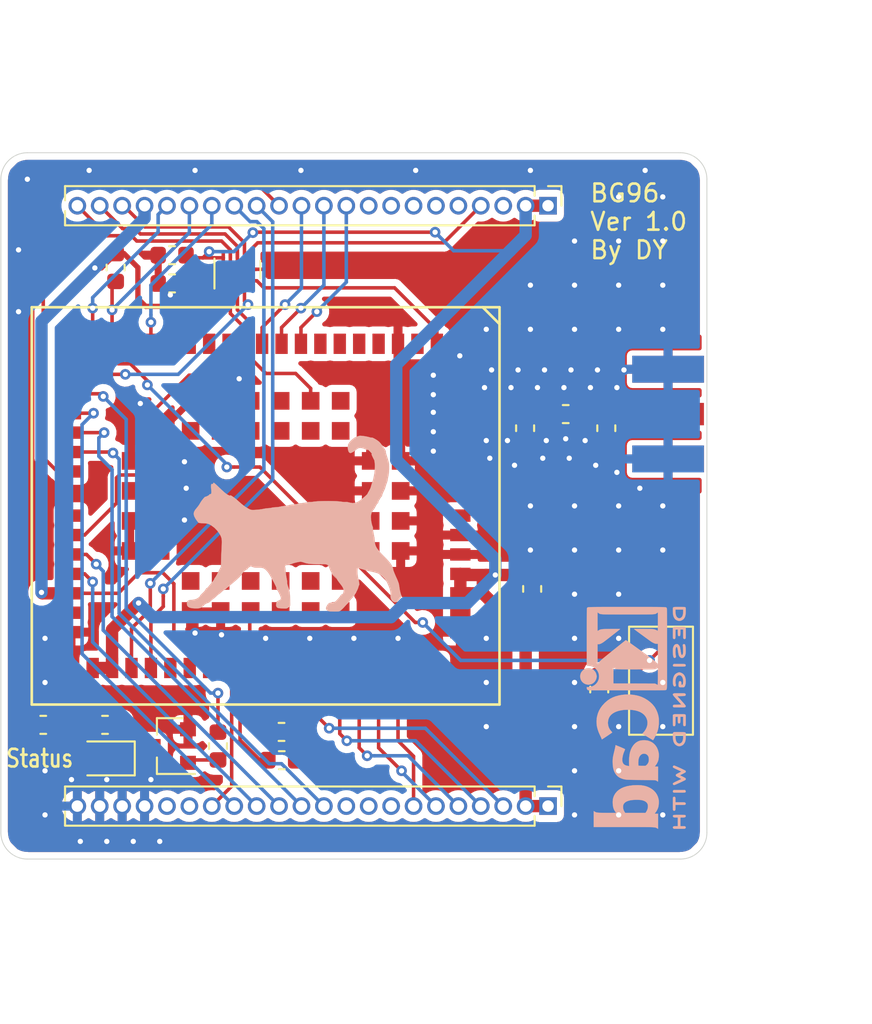
<source format=kicad_pcb>
(kicad_pcb (version 20190905) (host pcbnew "5.99.0-unknown-df3fabf~86~ubuntu18.04.1")
  (layers (0 "F.Cu" signal) (31 "B.Cu" signal) (34 "B.Paste" user) (35 "F.Paste" user) (36 "B.SilkS" user) (37 "F.SilkS" user) (38 "B.Mask" user) (39 "F.Mask" user) (44 "Edge.Cuts" user))
  (net 0 "")
  (net 1 "GND")
  (net 2 "/M_RESET")
  (net 3 "Net-(C2-Pad1)")
  (net 4 "Net-(C3-Pad1)")
  (net 5 "/M_VDD_OUT")
  (net 6 "+3V3")
  (net 7 "Net-(D1-Pad2)")
  (net 8 "Net-(D1-Pad1)")
  (net 9 "/GPIO_L4")
  (net 10 "/GPIO_L3")
  (net 11 "/M_AP_READY")
  (net 12 "/PSM_EINT")
  (net 13 "/M_PWRKEY")
  (net 14 "/M_MAIN_UART_Rx")
  (net 15 "/M_MAIN_UART_Tx")
  (net 16 "/M_ADC")
  (net 17 "/M_USB_DM")
  (net 18 "/M_USB_DP")
  (net 19 "/M_USB_VBUS")
  (net 20 "/PSM_IND")
  (net 21 "/M_RI")
  (net 22 "/M_NET_LED")
  (net 23 "/M_AUX_UART_Rx")
  (net 24 "/M_AUX_UART_Tx")
  (net 25 "/M_DBG_UART_Rx")
  (net 26 "/M_DBG_UART_TX")
  (net 27 "/SIM_GND")
  (net 28 "/SIM_CLK")
  (net 29 "/SIM_IO")
  (net 30 "/SIM_RST")
  (net 31 "/V_SIM")
  (net 32 "Net-(Q1-Pad1)")
  (net 33 "Net-(R3-Pad1)")
  (net 34 "Net-(R4-Pad1)")
  (net 35 "/STATUS_LED")
  (net 36 "/BG96_GPIO26")
  (net 37 "/BG96_GPIO64")
  (net 38 "/BG96_AP_READY")
  (net 39 "/BG96_PSM_IND")
  (net 40 "/GPIO_L2")
  (net 41 "/B_SPI_CS-I2S_CS")
  (net 42 "/B_SPI_CLK-I2S_CLK")
  (net 43 "/B_SPI_MOSI-I2S_WA")
  (net 44 "/B_SPI_MISO-I2S_RXD")
  (net 45 "/GPIO_L1")
  (net 46 "/GPIO_R3")
  (net 47 "/GPIO_R2")
  (net 48 "/M_SCL")
  (net 49 "/M_SDA")
  (net 50 "/GPIO_R1")
  (net 51 "Net-(U2-Pad92)")
  (net 52 "Net-(U2-Pad99)")
  (net 53 "Net-(U2-Pad98)")
  (net 54 "Net-(U2-Pad97)")
  (net 55 "Net-(U2-Pad96)")
  (net 56 "Net-(U2-Pad95)")
  (net 57 "Net-(U2-Pad94)")
  (net 58 "Net-(U2-Pad78)")
  (net 59 "Net-(U2-Pad77)")
  (net 60 "Net-(U2-Pad76)")
  (net 61 "Net-(U2-Pad93)")
  (net 62 "Net-(U2-Pad88)")
  (net 63 "Net-(U2-Pad87)")
  (net 64 "Net-(U2-Pad86)")
  (net 65 "Net-(U2-Pad85)")
  (net 66 "Net-(U2-Pad84)")
  (net 67 "Net-(U2-Pad66)")
  (net 68 "Net-(U2-Pad65)")
  (net 69 "Net-(U2-Pad83)")
  (net 70 "Net-(U2-Pad63)")
  (net 71 "Net-(U2-Pad56)")
  (net 72 "Net-(U2-Pad51)")
  (net 73 "Net-(U2-Pad57)")
  (net 74 "Net-(U2-Pad30)")
  (net 75 "Net-(U2-Pad25)")
  (net 76 "Net-(U2-Pad49)")
  (net 77 "Net-(U2-Pad42)")
  (net 78 "Net-(U2-Pad41)")
  (net 79 "Net-(U2-Pad40)")
  (net 80 "Net-(U2-Pad38)")
  (net 81 "Net-(U2-Pad37)")
  (net 82 "Net-(U2-Pad36)")
  (net 83 "Net-(U2-Pad16)")
  (net 84 "Net-(U2-Pad14)")
  (net 85 "Net-(U2-Pad13)")
  (net 86 "Net-(U2-Pad12)")
  (net 87 "Net-(U2-Pad11)")
  (net 88 "Net-(U2-Pad7)")
  (net 89 "Net-(U2-Pad6)")
  (net 90 "Net-(U2-Pad5)")
  (net 91 "Net-(U2-Pad4)")
  (net 92 "Net-(U2-Pad2)")
  (module "Symbol:KiCad-Logo2_5mm_SilkScreen" (layer "B.Cu") (at 165.8 112 -90)
    (fp_text reference "REF**" hide)
    (fp_text value "KiCad-Logo2_5mm_SilkScreen" hide)
  )
  (module "LTD_Customized:Cat-Logo" (layer "B.Cu") (at 146.6 101 180)
    (fp_text reference "G***" hide)
    (fp_text value "LOGO" hide)
  )
  (module "Capacitor_SMD:C_0603_1608Metric" (layer "F.Cu") (at 160.1 104.7 -90)
    (fp_text reference "C7" hide)
    (fp_text value "100nF")
    (pad "2" smd roundrect (at 0.7875 0 270) (size 0.875 0.95) (layers "F.Cu" "F.Paste" "F.Mask") (net 1 "GND"))
    (pad "1" smd roundrect (at -0.7875 0 270) (size 0.875 0.95) (layers "F.Cu" "F.Paste" "F.Mask") (net 6 "+3V3"))
  )
  (module "LTD_Customized:Quectel_BG96" (layer "F.Cu") (at 145 100 -90)
    (fp_text reference "U2" hide)
    (fp_text value "Quectel_BG96" hide)
    (pad "102" smd rect (at -2.55 -5.95) (size 1 1) (layers "F.Cu" "F.Paste" "F.Mask") (net 1 "GND"))
    (pad "101" smd rect (at -0.85 -5.95) (size 1 1) (layers "F.Cu" "F.Paste" "F.Mask") (net 1 "GND"))
    (pad "100" smd rect (at 0.85 -5.95) (size 1 1) (layers "F.Cu" "F.Paste" "F.Mask") (net 1 "GND"))
    (pad "82" smd rect (at -2.55 -7.65) (size 1 1) (layers "F.Cu" "F.Paste" "F.Mask") (net 1 "GND"))
    (pad "81" smd rect (at -0.85 -7.65) (size 1 1) (layers "F.Cu" "F.Paste" "F.Mask") (net 1 "GND"))
    (pad "80" smd rect (at 0.85 -7.65) (size 1 1) (layers "F.Cu" "F.Paste" "F.Mask") (net 1 "GND"))
    (pad "72" smd rect (at 2.55 7.65) (size 1 1) (layers "F.Cu" "F.Paste" "F.Mask") (net 1 "GND"))
    (pad "71" smd rect (at 0.85 7.65) (size 1 1) (layers "F.Cu" "F.Paste" "F.Mask") (net 1 "GND"))
    (pad "70" smd rect (at -0.85 7.65) (size 1 1) (layers "F.Cu" "F.Paste" "F.Mask") (net 1 "GND"))
    (pad "92" smd rect (at 2.55 5.95) (size 1 1) (layers "F.Cu" "F.Paste" "F.Mask") (net 51 "Net-(U2-Pad92)"))
    (pad "91" smd rect (at 0.85 5.95) (size 1 1) (layers "F.Cu" "F.Paste" "F.Mask") (net 1 "GND"))
    (pad "90" smd rect (at -0.85 5.95) (size 1 1) (layers "F.Cu" "F.Paste" "F.Mask") (net 1 "GND"))
    (pad "99" smd rect (at 2.55 -5.95) (size 1 1) (layers "F.Cu" "F.Paste" "F.Mask") (net 52 "Net-(U2-Pad99)"))
    (pad "79" smd rect (at 2.55 -7.65) (size 1 1) (layers "F.Cu" "F.Paste" "F.Mask") (net 1 "GND"))
    (pad "89" smd rect (at -2.55 5.95) (size 1 1) (layers "F.Cu" "F.Paste" "F.Mask") (net 1 "GND"))
    (pad "69" smd rect (at -2.55 7.65) (size 1 1) (layers "F.Cu" "F.Paste" "F.Mask") (net 1 "GND"))
    (pad "98" smd rect (at 4.25 -4.25) (size 1 1) (layers "F.Cu" "F.Paste" "F.Mask") (net 53 "Net-(U2-Pad98)"))
    (pad "97" smd rect (at 4.25 -2.55) (size 1 1) (layers "F.Cu" "F.Paste" "F.Mask") (net 54 "Net-(U2-Pad97)"))
    (pad "96" smd rect (at 4.25 -0.85) (size 1 1) (layers "F.Cu" "F.Paste" "F.Mask") (net 55 "Net-(U2-Pad96)"))
    (pad "95" smd rect (at 4.25 0.85) (size 1 1) (layers "F.Cu" "F.Paste" "F.Mask") (net 56 "Net-(U2-Pad95)"))
    (pad "94" smd rect (at 4.25 2.55) (size 1 1) (layers "F.Cu" "F.Paste" "F.Mask") (net 57 "Net-(U2-Pad94)"))
    (pad "78" smd rect (at 5.95 -4.25) (size 1 1) (layers "F.Cu" "F.Paste" "F.Mask") (net 58 "Net-(U2-Pad78)"))
    (pad "77" smd rect (at 5.95 -2.55) (size 1 1) (layers "F.Cu" "F.Paste" "F.Mask") (net 59 "Net-(U2-Pad77)"))
    (pad "76" smd rect (at 5.95 -0.85) (size 1 1) (layers "F.Cu" "F.Paste" "F.Mask") (net 60 "Net-(U2-Pad76)"))
    (pad "75" smd rect (at 5.95 0.85) (size 1 1) (layers "F.Cu" "F.Paste" "F.Mask") (net 34 "Net-(R4-Pad1)"))
    (pad "74" smd rect (at 5.95 2.55) (size 1 1) (layers "F.Cu" "F.Paste" "F.Mask") (net 1 "GND"))
    (pad "73" smd rect (at 5.95 4.25) (size 1 1) (layers "F.Cu" "F.Paste" "F.Mask") (net 1 "GND"))
    (pad "93" smd rect (at 4.25 4.25) (size 1 1) (layers "F.Cu" "F.Paste" "F.Mask") (net 61 "Net-(U2-Pad93)"))
    (pad "88" smd rect (at -4.25 4.25) (size 1 1) (layers "F.Cu" "F.Paste" "F.Mask") (net 62 "Net-(U2-Pad88)"))
    (pad "87" smd rect (at -4.25 2.55) (size 1 1) (layers "F.Cu" "F.Paste" "F.Mask") (net 63 "Net-(U2-Pad87)"))
    (pad "86" smd rect (at -4.25 0.85) (size 1 1) (layers "F.Cu" "F.Paste" "F.Mask") (net 64 "Net-(U2-Pad86)"))
    (pad "85" smd rect (at -4.25 -0.85) (size 1 1) (layers "F.Cu" "F.Paste" "F.Mask") (net 65 "Net-(U2-Pad85)"))
    (pad "84" smd rect (at -4.25 -2.55) (size 1 1) (layers "F.Cu" "F.Paste" "F.Mask") (net 66 "Net-(U2-Pad84)"))
    (pad "68" smd rect (at -5.95 4.25) (size 1 1) (layers "F.Cu" "F.Paste" "F.Mask") (net 1 "GND"))
    (pad "67" smd rect (at -5.95 2.55) (size 1 1) (layers "F.Cu" "F.Paste" "F.Mask") (net 1 "GND"))
    (pad "66" smd rect (at -5.95 0.85) (size 1 1) (layers "F.Cu" "F.Paste" "F.Mask") (net 67 "Net-(U2-Pad66)"))
    (pad "65" smd rect (at -5.95 -0.85) (size 1 1) (layers "F.Cu" "F.Paste" "F.Mask") (net 68 "Net-(U2-Pad65)"))
    (pad "64" smd rect (at -5.95 -2.55) (size 1 1) (layers "F.Cu" "F.Paste" "F.Mask") (net 37 "/BG96_GPIO64"))
    (pad "83" smd rect (at -4.25 -4.25) (size 1 1) (layers "F.Cu" "F.Paste" "F.Mask") (net 69 "Net-(U2-Pad83)"))
    (pad "63" smd rect (at -5.95 -4.25) (size 1 1) (layers "F.Cu" "F.Paste" "F.Mask") (net 70 "Net-(U2-Pad63)"))
    (pad "62" smd rect (at -7.45 -11.03) (size 1.15 0.7) (layers "F.Cu" "F.Paste" "F.Mask") (net 1 "GND"))
    (pad "61" smd rect (at -6.35 -11.03) (size 1.15 0.7) (layers "F.Cu" "F.Paste" "F.Mask") (net 1 "GND"))
    (pad "60" smd rect (at -5.25 -11.03) (size 1.15 0.7) (layers "F.Cu" "F.Paste" "F.Mask") (net 3 "Net-(C2-Pad1)"))
    (pad "59" smd rect (at -4.15 -11.03) (size 1.15 0.7) (layers "F.Cu" "F.Paste" "F.Mask") (net 1 "GND"))
    (pad "58" smd rect (at -3.05 -11.03) (size 1.15 0.7) (layers "F.Cu" "F.Paste" "F.Mask") (net 1 "GND"))
    (pad "56" smd rect (at 0.55 -11.03) (size 1.15 0.7) (layers "F.Cu" "F.Paste" "F.Mask") (net 71 "Net-(U2-Pad56)"))
    (pad "55" smd rect (at 1.65 -11.03) (size 1.15 0.7) (layers "F.Cu" "F.Paste" "F.Mask") (net 1 "GND"))
    (pad "54" smd rect (at 2.75 -11.03) (size 1.15 0.7) (layers "F.Cu" "F.Paste" "F.Mask") (net 1 "GND"))
    (pad "53" smd rect (at 3.85 -11.03) (size 1.15 0.7) (layers "F.Cu" "F.Paste" "F.Mask") (net 6 "+3V3"))
    (pad "52" smd rect (at 4.95 -11.03) (size 1.15 0.7) (layers "F.Cu" "F.Paste" "F.Mask") (net 6 "+3V3"))
    (pad "51" smd rect (at 6.05 -11.03) (size 1.15 0.7) (layers "F.Cu" "F.Paste" "F.Mask") (net 72 "Net-(U2-Pad51)"))
    (pad "57" smd rect (at -1.95 -11.03) (size 1.15 0.7) (layers "F.Cu" "F.Paste" "F.Mask") (net 73 "Net-(U2-Pad57)"))
    (pad "50" smd rect (at 7.15 -11.03) (size 1.15 0.7) (layers "F.Cu" "F.Paste" "F.Mask") (net 1 "GND"))
    (pad "31" smd rect (at 7.15 11.03) (size 1.15 0.7) (layers "F.Cu" "F.Paste" "F.Mask") (net 1 "GND"))
    (pad "30" smd rect (at 6.05 11.03) (size 1.15 0.7) (layers "F.Cu" "F.Paste" "F.Mask") (net 74 "Net-(U2-Pad30)"))
    (pad "29" smd rect (at 4.95 11.03) (size 1.15 0.7) (layers "F.Cu" "F.Paste" "F.Mask") (net 5 "/M_VDD_OUT"))
    (pad "28" smd rect (at 3.85 11.03) (size 1.15 0.7) (layers "F.Cu" "F.Paste" "F.Mask") (net 23 "/M_AUX_UART_Rx"))
    (pad "27" smd rect (at 2.75 11.03) (size 1.15 0.7) (layers "F.Cu" "F.Paste" "F.Mask") (net 24 "/M_AUX_UART_Tx"))
    (pad "26" smd rect (at 1.65 11.03) (size 1.15 0.7) (layers "F.Cu" "F.Paste" "F.Mask") (net 36 "/BG96_GPIO26"))
    (pad "25" smd rect (at 0.55 11.03) (size 1.15 0.7) (layers "F.Cu" "F.Paste" "F.Mask") (net 75 "Net-(U2-Pad25)"))
    (pad "24" smd rect (at -1.95 11.03) (size 1.15 0.7) (layers "F.Cu" "F.Paste" "F.Mask") (net 16 "/M_ADC"))
    (pad "23" smd rect (at -3.05 11.03) (size 1.15 0.7) (layers "F.Cu" "F.Paste" "F.Mask") (net 26 "/M_DBG_UART_TX"))
    (pad "22" smd rect (at -4.15 11.03) (size 1.15 0.7) (layers "F.Cu" "F.Paste" "F.Mask") (net 25 "/M_DBG_UART_Rx"))
    (pad "21" smd rect (at -5.25 11.03) (size 1.15 0.7) (layers "F.Cu" "F.Paste" "F.Mask") (net 22 "/M_NET_LED"))
    (pad "20" smd rect (at -6.35 11.03) (size 1.15 0.7) (layers "F.Cu" "F.Paste" "F.Mask") (net 35 "/STATUS_LED"))
    (pad "49" smd rect (at 9.18 -9.7 270) (size 1.15 0.7) (layers "F.Cu" "F.Paste" "F.Mask") (net 76 "Net-(U2-Pad49)"))
    (pad "48" smd rect (at 9.18 -8.6 270) (size 1.15 0.7) (layers "F.Cu" "F.Paste" "F.Mask") (net 1 "GND"))
    (pad "47" smd rect (at 9.18 -7.5 270) (size 1.15 0.7) (layers "F.Cu" "F.Paste" "F.Mask") (net 27 "/SIM_GND"))
    (pad "46" smd rect (at 9.18 -6.4 270) (size 1.15 0.7) (layers "F.Cu" "F.Paste" "F.Mask") (net 28 "/SIM_CLK"))
    (pad "45" smd rect (at 9.18 -5.3 270) (size 1.15 0.7) (layers "F.Cu" "F.Paste" "F.Mask") (net 29 "/SIM_IO"))
    (pad "44" smd rect (at 9.18 -4.2 270) (size 1.15 0.7) (layers "F.Cu" "F.Paste" "F.Mask") (net 30 "/SIM_RST"))
    (pad "43" smd rect (at 9.18 -3.1 270) (size 1.15 0.7) (layers "F.Cu" "F.Paste" "F.Mask") (net 31 "/V_SIM"))
    (pad "42" smd rect (at 9.18 -2 270) (size 1.15 0.7) (layers "F.Cu" "F.Paste" "F.Mask") (net 77 "Net-(U2-Pad42)"))
    (pad "41" smd rect (at 9.18 -0.9 270) (size 1.15 0.7) (layers "F.Cu" "F.Paste" "F.Mask") (net 78 "Net-(U2-Pad41)"))
    (pad "40" smd rect (at 9.18 0.2 270) (size 1.15 0.7) (layers "F.Cu" "F.Paste" "F.Mask") (net 79 "Net-(U2-Pad40)"))
    (pad "39" smd rect (at 9.18 2.1 270) (size 1.15 0.7) (layers "F.Cu" "F.Paste" "F.Mask") (net 21 "/M_RI"))
    (pad "38" smd rect (at 9.18 3.2 270) (size 1.15 0.7) (layers "F.Cu" "F.Paste" "F.Mask") (net 80 "Net-(U2-Pad38)"))
    (pad "37" smd rect (at 9.18 4.3 270) (size 1.15 0.7) (layers "F.Cu" "F.Paste" "F.Mask") (net 81 "Net-(U2-Pad37)"))
    (pad "36" smd rect (at 9.18 5.4 270) (size 1.15 0.7) (layers "F.Cu" "F.Paste" "F.Mask") (net 82 "Net-(U2-Pad36)"))
    (pad "35" smd rect (at 9.18 6.5 270) (size 1.15 0.7) (layers "F.Cu" "F.Paste" "F.Mask") (net 15 "/M_MAIN_UART_Tx"))
    (pad "34" smd rect (at 9.18 7.6 270) (size 1.15 0.7) (layers "F.Cu" "F.Paste" "F.Mask") (net 14 "/M_MAIN_UART_Rx"))
    (pad "33" smd rect (at 9.18 8.7 270) (size 1.15 0.7) (layers "F.Cu" "F.Paste" "F.Mask") (net 6 "+3V3"))
    (pad "32" smd rect (at 9.18 9.8 270) (size 1.15 0.7) (layers "F.Cu" "F.Paste" "F.Mask") (net 6 "+3V3"))
    (pad "19" smd rect (at -7.45 11.03) (size 1.15 0.7) (layers "F.Cu" "F.Paste" "F.Mask") (net 38 "/BG96_AP_READY"))
    (pad "18" smd rect (at -9.18 9.8 270) (size 1.15 0.7) (layers "F.Cu" "F.Paste" "F.Mask") (net 12 "/PSM_EINT"))
    (pad "17" smd rect (at -9.18 8.7 270) (size 1.15 0.7) (layers "F.Cu" "F.Paste" "F.Mask") (net 2 "/M_RESET"))
    (pad "16" smd rect (at -9.18 7.6 270) (size 1.15 0.7) (layers "F.Cu" "F.Paste" "F.Mask") (net 83 "Net-(U2-Pad16)"))
    (pad "15" smd rect (at -9.18 6.5 270) (size 1.15 0.7) (layers "F.Cu" "F.Paste" "F.Mask") (net 13 "/M_PWRKEY"))
    (pad "14" smd rect (at -9.18 5.4 270) (size 1.15 0.7) (layers "F.Cu" "F.Paste" "F.Mask") (net 84 "Net-(U2-Pad14)"))
    (pad "13" smd rect (at -9.18 4.3 270) (size 1.15 0.7) (layers "F.Cu" "F.Paste" "F.Mask") (net 85 "Net-(U2-Pad13)"))
    (pad "12" smd rect (at -9.18 3.2 270) (size 1.15 0.7) (layers "F.Cu" "F.Paste" "F.Mask") (net 86 "Net-(U2-Pad12)"))
    (pad "11" smd rect (at -9.18 2.1 270) (size 1.15 0.7) (layers "F.Cu" "F.Paste" "F.Mask") (net 87 "Net-(U2-Pad11)"))
    (pad "10" smd rect (at -9.18 0.2 270) (size 1.15 0.7) (layers "F.Cu" "F.Paste" "F.Mask") (net 17 "/M_USB_DM"))
    (pad "9" smd rect (at -9.18 -0.9 270) (size 1.15 0.7) (layers "F.Cu" "F.Paste" "F.Mask") (net 18 "/M_USB_DP"))
    (pad "8" smd rect (at -9.18 -2 270) (size 1.15 0.7) (layers "F.Cu" "F.Paste" "F.Mask") (net 19 "/M_USB_VBUS"))
    (pad "7" smd rect (at -9.18 -3.1 270) (size 1.15 0.7) (layers "F.Cu" "F.Paste" "F.Mask") (net 88 "Net-(U2-Pad7)"))
    (pad "6" smd rect (at -9.18 -4.2 270) (size 1.15 0.7) (layers "F.Cu" "F.Paste" "F.Mask") (net 89 "Net-(U2-Pad6)"))
    (pad "5" smd rect (at -9.18 -5.3 270) (size 1.15 0.7) (layers "F.Cu" "F.Paste" "F.Mask") (net 90 "Net-(U2-Pad5)"))
    (pad "4" smd rect (at -9.18 -6.4 270) (size 1.15 0.7) (layers "F.Cu" "F.Paste" "F.Mask") (net 91 "Net-(U2-Pad4)"))
    (pad "3" smd rect (at -9.18 -7.5 270) (size 1.15 0.7) (layers "F.Cu" "F.Paste" "F.Mask") (net 1 "GND"))
    (pad "2" smd rect (at -9.18 -8.6 270) (size 1.15 0.7) (layers "F.Cu" "F.Paste" "F.Mask") (net 92 "Net-(U2-Pad2)"))
    (pad "1" smd rect (at -9.18 -9.7 270) (size 1.15 0.7) (layers "F.Cu" "F.Paste" "F.Mask") (net 39 "/BG96_PSM_IND"))
  )
  (module "Package_DFN_QFN:Texas_R_PUQFN-N12" (layer "F.Cu") (at 143.4 86.6 90)
    (fp_text reference "U1" hide)
    (fp_text value "TXB0304RUT")
    (pad "1" smd rect (at -0.425 -0.975 90) (size 0.15 0.25) (layers "F.Cu" "F.Paste" "F.Mask") (net 5 "/M_VDD_OUT"))
    (pad "12" smd rect (at 0 -0.8) (size 0.6 0.2) (layers "F.Cu" "F.Paste" "F.Mask") (net 5 "/M_VDD_OUT"))
    (pad "11" smd rect (at 0.65 -0.8) (size 0.2 0.6) (layers "F.Cu" "F.Paste" "F.Mask") (net 6 "+3V3"))
    (pad "10" smd rect (at 0.65 -0.4) (size 0.2 0.6) (layers "F.Cu" "F.Paste" "F.Mask") (net 9 "/GPIO_L4"))
    (pad "9" smd rect (at 0.65 0) (size 0.2 0.6) (layers "F.Cu" "F.Paste" "F.Mask") (net 10 "/GPIO_L3"))
    (pad "8" smd rect (at 0.65 0.4) (size 0.2 0.6) (layers "F.Cu" "F.Paste" "F.Mask") (net 11 "/M_AP_READY"))
    (pad "7" smd rect (at 0.65 0.8) (size 0.2 0.6) (layers "F.Cu" "F.Paste" "F.Mask") (net 20 "/PSM_IND"))
    (pad "6" smd rect (at 0 0.8) (size 0.6 0.2) (layers "F.Cu" "F.Paste" "F.Mask") (net 1 "GND"))
    (pad "5" smd rect (at -0.65 0.8) (size 0.2 0.6) (layers "F.Cu" "F.Paste" "F.Mask") (net 39 "/BG96_PSM_IND"))
    (pad "4" smd rect (at -0.65 0.4) (size 0.2 0.6) (layers "F.Cu" "F.Paste" "F.Mask") (net 38 "/BG96_AP_READY"))
    (pad "3" smd rect (at -0.65 0) (size 0.2 0.6) (layers "F.Cu" "F.Paste" "F.Mask") (net 37 "/BG96_GPIO64"))
    (pad "2" smd rect (at -0.65 -0.4) (size 0.2 0.6) (layers "F.Cu" "F.Paste" "F.Mask") (net 36 "/BG96_GPIO26"))
    (pad "1" smd rect (at -0.65 -0.8) (size 0.2 0.6) (layers "F.Cu" "F.Paste" "F.Mask") (net 5 "/M_VDD_OUT"))
  )
  (module "Button_Switch_SMD:SW_SPST_FSMSM" (layer "F.Cu") (at 167.4 109.9 90)
    (fp_text reference "SW1" hide)
    (fp_text value "SW_Push")
    (pad "2" smd rect (at 4.59 0 90) (size 2.18 1.6) (layers "F.Cu" "F.Paste" "F.Mask") (net 2 "/M_RESET"))
    (pad "1" smd rect (at -4.59 0 90) (size 2.18 1.6) (layers "F.Cu" "F.Paste" "F.Mask") (net 1 "GND"))
  )
  (module "Resistor_SMD:R_0603_1608Metric" (layer "F.Cu") (at 142.3 113.6 90)
    (fp_text reference "R22" hide)
    (fp_text value "2.2k")
    (pad "2" smd roundrect (at 0.7875 0 90) (size 0.875 0.95) (layers "F.Cu" "F.Paste" "F.Mask") (net 35 "/STATUS_LED"))
    (pad "1" smd roundrect (at -0.7875 0 90) (size 0.875 0.95) (layers "F.Cu" "F.Paste" "F.Mask") (net 32 "Net-(Q1-Pad1)"))
  )
  (module "Resistor_SMD:R_0603_1608Metric" (layer "F.Cu") (at 132.4 112.4)
    (fp_text reference "R5" hide)
    (fp_text value "2.2k")
    (pad "2" smd roundrect (at 0.7875 0) (size 0.875 0.95) (layers "F.Cu" "F.Paste" "F.Mask") (net 7 "Net-(D1-Pad2)"))
    (pad "1" smd roundrect (at -0.7875 0) (size 0.875 0.95) (layers "F.Cu" "F.Paste" "F.Mask") (net 6 "+3V3"))
  )
  (module "Resistor_SMD:R_0603_1608Metric" (layer "F.Cu") (at 145.9 112.8)
    (fp_text reference "R4" hide)
    (fp_text value "0")
    (pad "2" smd roundrect (at 0.7875 0) (size 0.875 0.95) (layers "F.Cu" "F.Paste" "F.Mask") (net 33 "Net-(R3-Pad1)"))
    (pad "1" smd roundrect (at -0.7875 0) (size 0.875 0.95) (layers "F.Cu" "F.Paste" "F.Mask") (net 34 "Net-(R4-Pad1)"))
  )
  (module "Resistor_SMD:R_0603_1608Metric" (layer "F.Cu") (at 145.9125 114.4 180)
    (fp_text reference "R3" hide)
    (fp_text value "10k")
    (pad "2" smd roundrect (at 0.7875 0 180) (size 0.875 0.95) (layers "F.Cu" "F.Paste" "F.Mask") (net 5 "/M_VDD_OUT"))
    (pad "1" smd roundrect (at -0.7875 0 180) (size 0.875 0.95) (layers "F.Cu" "F.Paste" "F.Mask") (net 33 "Net-(R3-Pad1)"))
  )
  (module "Resistor_SMD:R_0603_1608Metric" (layer "F.Cu") (at 136.5 86.5 -90)
    (fp_text reference "R2" hide)
    (fp_text value "10k")
    (pad "2" smd roundrect (at 0.7875 0 270) (size 0.875 0.95) (layers "F.Cu" "F.Paste" "F.Mask") (net 2 "/M_RESET"))
    (pad "1" smd roundrect (at -0.7875 0 270) (size 0.875 0.95) (layers "F.Cu" "F.Paste" "F.Mask") (net 5 "/M_VDD_OUT"))
  )
  (module "Resistor_SMD:R_0603_1608Metric" (layer "F.Cu") (at 162 94.8 180)
    (fp_text reference "R1" hide)
    (fp_text value "0")
    (pad "2" smd roundrect (at 0.7875 0 180) (size 0.875 0.95) (layers "F.Cu" "F.Paste" "F.Mask") (net 3 "Net-(C2-Pad1)"))
    (pad "1" smd roundrect (at -0.7875 0 180) (size 0.875 0.95) (layers "F.Cu" "F.Paste" "F.Mask") (net 4 "Net-(C3-Pad1)"))
  )
  (module "Package_TO_SOT_SMD:SOT-23" (layer "F.Cu") (at 139.6 113.6 180)
    (fp_text reference "Q1" hide)
    (fp_text value "MMBT3904")
    (pad "3" smd rect (at 1 0 180) (size 0.9 0.8) (layers "F.Cu" "F.Paste" "F.Mask") (net 8 "Net-(D1-Pad1)"))
    (pad "2" smd rect (at -1 0.95 180) (size 0.9 0.8) (layers "F.Cu" "F.Paste" "F.Mask") (net 1 "GND"))
    (pad "1" smd rect (at -1 -0.95 180) (size 0.9 0.8) (layers "F.Cu" "F.Paste" "F.Mask") (net 32 "Net-(Q1-Pad1)"))
  )
  (module "Connector_PinHeader_1.27mm:PinHeader_1x22_P1.27mm_Vertical" (layer "F.Cu") (at 161 117 -90)
    (fp_text reference "J3" hide)
    (fp_text value "Right_Conn")
    (pad "22" thru_hole oval (at 0 26.67 270) (size 1 1) (drill 0.65) (layers *.Cu *.Mask) (net 1 "GND"))
    (pad "21" thru_hole oval (at 0 25.4 270) (size 1 1) (drill 0.65) (layers *.Cu *.Mask) (net 1 "GND"))
    (pad "20" thru_hole oval (at 0 24.13 270) (size 1 1) (drill 0.65) (layers *.Cu *.Mask) (net 1 "GND"))
    (pad "19" thru_hole oval (at 0 22.86 270) (size 1 1) (drill 0.65) (layers *.Cu *.Mask) (net 1 "GND"))
    (pad "18" thru_hole oval (at 0 21.59 270) (size 1 1) (drill 0.65) (layers *.Cu *.Mask) (net 46 "/GPIO_R3"))
    (pad "17" thru_hole oval (at 0 20.32 270) (size 1 1) (drill 0.65) (layers *.Cu *.Mask) (net 47 "/GPIO_R2"))
    (pad "16" thru_hole oval (at 0 19.05 270) (size 1 1) (drill 0.65) (layers *.Cu *.Mask) (net 21 "/M_RI"))
    (pad "15" thru_hole oval (at 0 17.78 270) (size 1 1) (drill 0.65) (layers *.Cu *.Mask) (net 22 "/M_NET_LED"))
    (pad "14" thru_hole oval (at 0 16.51 270) (size 1 1) (drill 0.65) (layers *.Cu *.Mask) (net 23 "/M_AUX_UART_Rx"))
    (pad "13" thru_hole oval (at 0 15.24 270) (size 1 1) (drill 0.65) (layers *.Cu *.Mask) (net 24 "/M_AUX_UART_Tx"))
    (pad "12" thru_hole oval (at 0 13.97 270) (size 1 1) (drill 0.65) (layers *.Cu *.Mask) (net 25 "/M_DBG_UART_Rx"))
    (pad "11" thru_hole oval (at 0 12.7 270) (size 1 1) (drill 0.65) (layers *.Cu *.Mask) (net 26 "/M_DBG_UART_TX"))
    (pad "10" thru_hole oval (at 0 11.43 270) (size 1 1) (drill 0.65) (layers *.Cu *.Mask) (net 48 "/M_SCL"))
    (pad "9" thru_hole oval (at 0 10.16 270) (size 1 1) (drill 0.65) (layers *.Cu *.Mask) (net 49 "/M_SDA"))
    (pad "8" thru_hole oval (at 0 8.89 270) (size 1 1) (drill 0.65) (layers *.Cu *.Mask) (net 50 "/GPIO_R1"))
    (pad "7" thru_hole oval (at 0 7.62 270) (size 1 1) (drill 0.65) (layers *.Cu *.Mask) (net 27 "/SIM_GND"))
    (pad "6" thru_hole oval (at 0 6.35 270) (size 1 1) (drill 0.65) (layers *.Cu *.Mask) (net 28 "/SIM_CLK"))
    (pad "5" thru_hole oval (at 0 5.08 270) (size 1 1) (drill 0.65) (layers *.Cu *.Mask) (net 29 "/SIM_IO"))
    (pad "4" thru_hole oval (at 0 3.81 270) (size 1 1) (drill 0.65) (layers *.Cu *.Mask) (net 30 "/SIM_RST"))
    (pad "3" thru_hole oval (at 0 2.54 270) (size 1 1) (drill 0.65) (layers *.Cu *.Mask) (net 31 "/V_SIM"))
    (pad "2" thru_hole oval (at 0 1.27 270) (size 1 1) (drill 0.65) (layers *.Cu *.Mask) (net 6 "+3V3"))
    (pad "1" thru_hole rect (at 0 0 270) (size 1 1) (drill 0.65) (layers *.Cu *.Mask) (net 6 "+3V3"))
  )
  (module "Connector_PinHeader_1.27mm:PinHeader_1x22_P1.27mm_Vertical" (layer "F.Cu") (at 161 83 -90)
    (fp_text reference "J2" hide)
    (fp_text value "Left_Conn")
    (pad "22" thru_hole oval (at 0 26.67 270) (size 1 1) (drill 0.65) (layers *.Cu *.Mask) (net 9 "/GPIO_L4"))
    (pad "21" thru_hole oval (at 0 25.4 270) (size 1 1) (drill 0.65) (layers *.Cu *.Mask) (net 10 "/GPIO_L3"))
    (pad "20" thru_hole oval (at 0 24.13 270) (size 1 1) (drill 0.65) (layers *.Cu *.Mask) (net 11 "/M_AP_READY"))
    (pad "19" thru_hole oval (at 0 22.86 270) (size 1 1) (drill 0.65) (layers *.Cu *.Mask) (net 5 "/M_VDD_OUT"))
    (pad "18" thru_hole oval (at 0 21.59 270) (size 1 1) (drill 0.65) (layers *.Cu *.Mask) (net 12 "/PSM_EINT"))
    (pad "17" thru_hole oval (at 0 20.32 270) (size 1 1) (drill 0.65) (layers *.Cu *.Mask) (net 2 "/M_RESET"))
    (pad "16" thru_hole oval (at 0 19.05 270) (size 1 1) (drill 0.65) (layers *.Cu *.Mask) (net 13 "/M_PWRKEY"))
    (pad "15" thru_hole oval (at 0 17.78 270) (size 1 1) (drill 0.65) (layers *.Cu *.Mask) (net 14 "/M_MAIN_UART_Rx"))
    (pad "14" thru_hole oval (at 0 16.51 270) (size 1 1) (drill 0.65) (layers *.Cu *.Mask) (net 15 "/M_MAIN_UART_Tx"))
    (pad "13" thru_hole oval (at 0 15.24 270) (size 1 1) (drill 0.65) (layers *.Cu *.Mask) (net 16 "/M_ADC"))
    (pad "12" thru_hole oval (at 0 13.97 270) (size 1 1) (drill 0.65) (layers *.Cu *.Mask) (net 17 "/M_USB_DM"))
    (pad "11" thru_hole oval (at 0 12.7 270) (size 1 1) (drill 0.65) (layers *.Cu *.Mask) (net 18 "/M_USB_DP"))
    (pad "10" thru_hole oval (at 0 11.43 270) (size 1 1) (drill 0.65) (layers *.Cu *.Mask) (net 19 "/M_USB_VBUS"))
    (pad "9" thru_hole oval (at 0 10.16 270) (size 1 1) (drill 0.65) (layers *.Cu *.Mask) (net 40 "/GPIO_L2"))
    (pad "8" thru_hole oval (at 0 8.89 270) (size 1 1) (drill 0.65) (layers *.Cu *.Mask) (net 41 "/B_SPI_CS-I2S_CS"))
    (pad "7" thru_hole oval (at 0 7.62 270) (size 1 1) (drill 0.65) (layers *.Cu *.Mask) (net 42 "/B_SPI_CLK-I2S_CLK"))
    (pad "6" thru_hole oval (at 0 6.35 270) (size 1 1) (drill 0.65) (layers *.Cu *.Mask) (net 43 "/B_SPI_MOSI-I2S_WA"))
    (pad "5" thru_hole oval (at 0 5.08 270) (size 1 1) (drill 0.65) (layers *.Cu *.Mask) (net 44 "/B_SPI_MISO-I2S_RXD"))
    (pad "4" thru_hole oval (at 0 3.81 270) (size 1 1) (drill 0.65) (layers *.Cu *.Mask) (net 20 "/PSM_IND"))
    (pad "3" thru_hole oval (at 0 2.54 270) (size 1 1) (drill 0.65) (layers *.Cu *.Mask) (net 45 "/GPIO_L1"))
    (pad "2" thru_hole oval (at 0 1.27 270) (size 1 1) (drill 0.65) (layers *.Cu *.Mask) (net 6 "+3V3"))
    (pad "1" thru_hole rect (at 0 0 270) (size 1 1) (drill 0.65) (layers *.Cu *.Mask) (net 6 "+3V3"))
  )
  (module "LTD_Customized:SMA_Antenna" (layer "F.Cu") (at 169.832 94.8 180)
    (fp_text reference "J1" hide)
    (fp_text value "1865" hide)
    (pad "GND1" smd rect (at 2.032 -2.54 270) (size 1.524 4.064) (layers "F.Cu" "F.Paste" "F.Mask") (net 1 "GND"))
    (pad "GND4" smd rect (at 2.032 2.54 270) (size 1.524 4.064) (layers "F.Cu" "F.Paste" "F.Mask") (net 1 "GND"))
    (pad "P" smd rect (at 2.032 0 270) (size 1.27 4.064) (layers "F.Cu" "F.Paste" "F.Mask") (net 4 "Net-(C3-Pad1)"))
    (pad "GND2" smd rect (at 2.032 -2.54 270) (size 1.524 4.064) (layers "B.Cu" "B.Paste" "B.Mask") (net 1 "GND"))
    (pad "GND3" smd rect (at 2.032 2.54 270) (size 1.524 4.064) (layers "B.Cu" "B.Paste" "B.Mask") (net 1 "GND"))
  )
  (module "LED_SMD:LED_0805_2012Metric" (layer "F.Cu") (at 135.9 114.3 180)
    (fp_text reference "D1" hide)
    (fp_text value "LED")
    (pad "2" smd roundrect (at 0.9375 0 180) (size 0.975 1.4) (layers "F.Cu" "F.Paste" "F.Mask") (net 7 "Net-(D1-Pad2)"))
    (pad "1" smd roundrect (at -0.9375 0 180) (size 0.975 1.4) (layers "F.Cu" "F.Paste" "F.Mask") (net 8 "Net-(D1-Pad1)"))
  )
  (module "Capacitor_SMD:C_0603_1608Metric" (layer "F.Cu") (at 135.9 112.4)
    (fp_text reference "C6" hide)
    (fp_text value "100nF")
    (pad "2" smd roundrect (at 0.7875 0) (size 0.875 0.95) (layers "F.Cu" "F.Paste" "F.Mask") (net 1 "GND"))
    (pad "1" smd roundrect (at -0.7875 0) (size 0.875 0.95) (layers "F.Cu" "F.Paste" "F.Mask") (net 6 "+3V3"))
  )
  (module "Capacitor_SMD:C_0603_1608Metric" (layer "F.Cu") (at 139.7 85.8)
    (fp_text reference "C5" hide)
    (fp_text value "100nF")
    (pad "2" smd roundrect (at 0.7875 0) (size 0.875 0.95) (layers "F.Cu" "F.Paste" "F.Mask") (net 6 "+3V3"))
    (pad "1" smd roundrect (at -0.7875 0) (size 0.875 0.95) (layers "F.Cu" "F.Paste" "F.Mask") (net 1 "GND"))
  )
  (module "Capacitor_SMD:C_0603_1608Metric" (layer "F.Cu") (at 139.7 87.4)
    (fp_text reference "C4" hide)
    (fp_text value "100nF")
    (pad "2" smd roundrect (at 0.7875 0) (size 0.875 0.95) (layers "F.Cu" "F.Paste" "F.Mask") (net 5 "/M_VDD_OUT"))
    (pad "1" smd roundrect (at -0.7875 0) (size 0.875 0.95) (layers "F.Cu" "F.Paste" "F.Mask") (net 1 "GND"))
  )
  (module "Capacitor_SMD:C_0603_1608Metric" (layer "F.Cu") (at 164.3 95.6 -90)
    (fp_text reference "C3" hide)
    (fp_text value "100nF")
    (pad "2" smd roundrect (at 0.7875 0 270) (size 0.875 0.95) (layers "F.Cu" "F.Paste" "F.Mask") (net 1 "GND"))
    (pad "1" smd roundrect (at -0.7875 0 270) (size 0.875 0.95) (layers "F.Cu" "F.Paste" "F.Mask") (net 4 "Net-(C3-Pad1)"))
  )
  (module "Capacitor_SMD:C_0603_1608Metric" (layer "F.Cu") (at 159.7 95.6 -90)
    (fp_text reference "C2" hide)
    (fp_text value "100nF")
    (pad "2" smd roundrect (at 0.7875 0 270) (size 0.875 0.95) (layers "F.Cu" "F.Paste" "F.Mask") (net 1 "GND"))
    (pad "1" smd roundrect (at -0.7875 0 270) (size 0.875 0.95) (layers "F.Cu" "F.Paste" "F.Mask") (net 3 "Net-(C2-Pad1)"))
  )
  (module "Capacitor_SMD:C_0603_1608Metric" (layer "F.Cu") (at 163.9 110.4 -90)
    (fp_text reference "C1" hide)
    (fp_text value "100nF")
    (pad "2" smd roundrect (at 0.7875 0 270) (size 0.875 0.95) (layers "F.Cu" "F.Paste" "F.Mask") (net 1 "GND"))
    (pad "1" smd roundrect (at -0.7875 0 270) (size 0.875 0.95) (layers "F.Cu" "F.Paste" "F.Mask") (net 2 "/M_RESET"))
  )
  (gr_text "BG96\nVer 1.0\nBy DY" (at 163.3 83.9) (layer "F.SilkS") (effects (font (size 1 1)) (justify left)))
  (gr_text "Status" (at 132.2 114.3) (layer "F.SilkS") (effects (font (size 1 0.8))))
  (gr_line (start 170 118.5) (end 170 81.5) (layer "Edge.Cuts") (width 0.05))
  (gr_line (start 131.5 120) (end 168.5 120) (layer "Edge.Cuts") (width 0.05))
  (gr_line (start 130 81.5) (end 130 118.5) (layer "Edge.Cuts") (width 0.05))
  (gr_line (start 168.5 80) (end 131.5 80) (layer "Edge.Cuts") (width 0.05))
  (gr_arc (start 168.5 81.5) (end 170 81.5) (angle -90) (layer "Edge.Cuts") (width 0.05))
  (gr_arc (start 168.5 118.5) (end 168.5 120) (angle -90) (layer "Edge.Cuts") (width 0.05))
  (gr_arc (start 131.5 118.5) (end 130 118.5) (angle -90) (layer "Edge.Cuts") (width 0.05))
  (gr_arc (start 131.5 81.5) (end 131.5 80) (angle -90) (layer "Edge.Cuts") (width 0.05))
  (segment (start 144.2 86.6) (end 145.7 86.6) (width 0.2) (layer "F.Cu") (net 1))
  (via (at 142.8 97.8) (size 0.6) (drill 0.3) (layers "F.Cu" "B.Cu") (net 2))
  (segment (start 138.3 93.15) (end 142.8 97.65) (width 0.2) (layer "B.Cu") (net 2))
  (segment (start 153.9 106.6) (end 153.475736 106.6) (width 0.2) (layer "F.Cu") (net 2))
  (segment (start 153.475736 106.6) (end 144.675736 97.8) (width 0.2) (layer "F.Cu") (net 2))
  (segment (start 144.675736 97.8) (end 143.224264 97.8) (width 0.2) (layer "F.Cu") (net 2))
  (segment (start 143.224264 97.8) (end 142.8 97.8) (width 0.2) (layer "F.Cu") (net 2))
  (segment (start 142.8 97.65) (end 142.8 97.8) (width 0.2) (layer "B.Cu") (net 2))
  (segment (start 140.7 108) (end 139.800001 107.100001) (width 0.2) (layer "F.Cu") (net 5))
  (segment (start 143.185002 108) (end 140.7 108) (width 0.2) (layer "F.Cu") (net 5))
  (segment (start 143.550001 108.364999) (end 143.185002 108) (width 0.2) (layer "F.Cu") (net 5))
  (segment (start 143.550001 113.262501) (end 143.550001 108.364999) (width 0.2) (layer "F.Cu") (net 5))
  (segment (start 145.125 114.4) (end 144.6875 114.4) (width 0.2) (layer "F.Cu") (net 5))
  (segment (start 144.6875 114.4) (end 143.550001 113.262501) (width 0.2) (layer "F.Cu") (net 5))
  (segment (start 139.172861 103.784859) (end 137.815141 103.784859) (width 0.2) (layer "F.Cu") (net 5))
  (segment (start 136.65 104.95) (end 134.745 104.95) (width 0.2) (layer "F.Cu") (net 5))
  (segment (start 139.800001 107.100001) (end 139.800001 104.411999) (width 0.2) (layer "F.Cu") (net 5))
  (segment (start 139.800001 104.411999) (end 139.172861 103.784859) (width 0.2) (layer "F.Cu") (net 5))
  (segment (start 134.745 104.95) (end 133.97 104.95) (width 0.2) (layer "F.Cu") (net 5))
  (segment (start 137.815141 103.784859) (end 136.65 104.95) (width 0.2) (layer "F.Cu") (net 5))
  (segment (start 142.45 93.85) (end 143.200001 93.099999) (width 0.4) (layer "F.Cu") (net 1))
  (segment (start 143.200001 93.099999) (end 143.5 92.8) (width 0.4) (layer "F.Cu") (net 1))
  (segment (start 142.45 94.05) (end 142.45 93.85) (width 0.4) (layer "F.Cu") (net 1))
  (via (at 143.5 92.8) (size 0.6) (drill 0.3) (layers "F.Cu" "B.Cu") (net 1))
  (via (at 140.5 99) (size 0.6) (drill 0.3) (layers "F.Cu" "B.Cu") (net 1))
  (via (at 156 91.5) (size 0.6) (drill 0.3) (layers "F.Cu" "B.Cu") (net 1))
  (via (at 131 89) (size 0.6) (drill 0.3) (layers "F.Cu" "B.Cu") (net 1))
  (via (at 131 85.5) (size 0.6) (drill 0.3) (layers "F.Cu" "B.Cu") (net 1))
  (via (at 135 81) (size 0.6) (drill 0.3) (layers "F.Cu" "B.Cu") (net 1))
  (via (at 166.5 81) (size 0.6) (drill 0.3) (layers "F.Cu" "B.Cu") (net 1))
  (via (at 160 81) (size 0.6) (drill 0.3) (layers "F.Cu" "B.Cu") (net 1))
  (via (at 153.5 81) (size 0.6) (drill 0.3) (layers "F.Cu" "B.Cu") (net 1))
  (via (at 147 81) (size 0.6) (drill 0.3) (layers "F.Cu" "B.Cu") (net 1))
  (via (at 141 81) (size 0.6) (drill 0.3) (layers "F.Cu" "B.Cu") (net 1))
  (via (at 131.5 81.5) (size 0.6) (drill 0.3) (layers "F.Cu" "B.Cu") (net 1))
  (via (at 139 119) (size 0.6) (drill 0.3) (layers "F.Cu" "B.Cu") (net 1))
  (via (at 137.5 119) (size 0.6) (drill 0.3) (layers "F.Cu" "B.Cu") (net 1))
  (via (at 136 119) (size 0.6) (drill 0.3) (layers "F.Cu" "B.Cu") (net 1))
  (via (at 134.5 119) (size 0.6) (drill 0.3) (layers "F.Cu" "B.Cu") (net 1))
  (via (at 134 115.5) (size 0.6) (drill 0.3) (layers "F.Cu" "B.Cu") (net 1))
  (via (at 136 115.5) (size 0.6) (drill 0.3) (layers "F.Cu" "B.Cu") (net 1))
  (via (at 138.5 115.5) (size 0.6) (drill 0.3) (layers "F.Cu" "B.Cu") (net 1))
  (via (at 160 102.5) (size 0.6) (drill 0.3) (layers "F.Cu" "B.Cu") (net 1))
  (via (at 157.5 107.5) (size 0.6) (drill 0.3) (layers "F.Cu" "B.Cu") (net 1))
  (via (at 152.5 107.5) (size 0.6) (drill 0.3) (layers "F.Cu" "B.Cu") (net 1))
  (via (at 150 107.5) (size 0.6) (drill 0.3) (layers "F.Cu" "B.Cu") (net 1))
  (via (at 147.5 107.5) (size 0.6) (drill 0.3) (layers "F.Cu" "B.Cu") (net 1))
  (via (at 145 107.5) (size 0.6) (drill 0.3) (layers "F.Cu" "B.Cu") (net 1))
  (via (at 157.5 112.5) (size 0.6) (drill 0.3) (layers "F.Cu" "B.Cu") (net 1))
  (via (at 157.5 110) (size 0.6) (drill 0.3) (layers "F.Cu" "B.Cu") (net 1))
  (via (at 162.5 110) (size 0.6) (drill 0.3) (layers "F.Cu" "B.Cu") (net 1))
  (via (at 162.5 107.5) (size 0.6) (drill 0.3) (layers "F.Cu" "B.Cu") (net 1))
  (via (at 165 107.5) (size 0.6) (drill 0.3) (layers "F.Cu" "B.Cu") (net 1))
  (via (at 165 105) (size 0.6) (drill 0.3) (layers "F.Cu" "B.Cu") (net 1))
  (via (at 162.5 105) (size 0.6) (drill 0.3) (layers "F.Cu" "B.Cu") (net 1))
  (via (at 160 100) (size 0.6) (drill 0.3) (layers "F.Cu" "B.Cu") (net 1))
  (via (at 162.5 100) (size 0.6) (drill 0.3) (layers "F.Cu" "B.Cu") (net 1))
  (via (at 162.5 102.5) (size 0.6) (drill 0.3) (layers "F.Cu" "B.Cu") (net 1))
  (via (at 165 102.5) (size 0.6) (drill 0.3) (layers "F.Cu" "B.Cu") (net 1))
  (via (at 165 100) (size 0.6) (drill 0.3) (layers "F.Cu" "B.Cu") (net 1))
  (via (at 167.5 100) (size 0.6) (drill 0.3) (layers "F.Cu" "B.Cu") (net 1))
  (via (at 167.5 102.5) (size 0.6) (drill 0.3) (layers "F.Cu" "B.Cu") (net 1))
  (via (at 167.5 110) (size 0.6) (drill 0.3) (layers "F.Cu" "B.Cu") (net 1))
  (via (at 167.5 112.5) (size 0.6) (drill 0.3) (layers "F.Cu" "B.Cu") (net 1))
  (via (at 162.5 112.5) (size 0.6) (drill 0.3) (layers "F.Cu" "B.Cu") (net 1))
  (via (at 165 112.5) (size 0.6) (drill 0.3) (layers "F.Cu" "B.Cu") (net 1))
  (via (at 165 115) (size 0.6) (drill 0.3) (layers "F.Cu" "B.Cu") (net 1))
  (via (at 162.5 115) (size 0.6) (drill 0.3) (layers "F.Cu" "B.Cu") (net 1))
  (via (at 162.5 117.5) (size 0.6) (drill 0.3) (layers "F.Cu" "B.Cu") (net 1))
  (via (at 165 117.5) (size 0.6) (drill 0.3) (layers "F.Cu" "B.Cu") (net 1))
  (via (at 167.5 117.5) (size 0.6) (drill 0.3) (layers "F.Cu" "B.Cu") (net 1))
  (via (at 132.5 107.5) (size 0.6) (drill 0.3) (layers "F.Cu" "B.Cu") (net 1))
  (via (at 132.5 110) (size 0.6) (drill 0.3) (layers "F.Cu" "B.Cu") (net 1))
  (via (at 132.5 115) (size 0.6) (drill 0.3) (layers "F.Cu" "B.Cu") (net 1))
  (via (at 132.5 117.5) (size 0.6) (drill 0.3) (layers "F.Cu" "B.Cu") (net 1))
  (via (at 157.5 90) (size 0.6) (drill 0.3) (layers "F.Cu" "B.Cu") (net 1))
  (via (at 160 87.5) (size 0.6) (drill 0.3) (layers "F.Cu" "B.Cu") (net 1))
  (via (at 160 90) (size 0.6) (drill 0.3) (layers "F.Cu" "B.Cu") (net 1))
  (via (at 162.5 90) (size 0.6) (drill 0.3) (layers "F.Cu" "B.Cu") (net 1))
  (via (at 162.5 87.5) (size 0.6) (drill 0.3) (layers "F.Cu" "B.Cu") (net 1))
  (via (at 162.5 85) (size 0.6) (drill 0.3) (layers "F.Cu" "B.Cu") (net 1))
  (via (at 165 90) (size 0.6) (drill 0.3) (layers "F.Cu" "B.Cu") (net 1))
  (via (at 165 87.5) (size 0.6) (drill 0.3) (layers "F.Cu" "B.Cu") (net 1))
  (via (at 165 85) (size 0.6) (drill 0.3) (layers "F.Cu" "B.Cu") (net 1))
  (via (at 165 82.5) (size 0.6) (drill 0.3) (layers "F.Cu" "B.Cu") (net 1))
  (via (at 167.5 90) (size 0.6) (drill 0.3) (layers "F.Cu" "B.Cu") (net 1))
  (via (at 167.5 87.5) (size 0.6) (drill 0.3) (layers "F.Cu" "B.Cu") (net 1))
  (via (at 167.5 85) (size 0.6) (drill 0.3) (layers "F.Cu" "B.Cu") (net 1))
  (via (at 167.5 82.5) (size 0.6) (drill 0.3) (layers "F.Cu" "B.Cu") (net 1))
  (via (at 154.5 92.6) (size 0.6) (drill 0.3) (layers "F.Cu" "B.Cu") (net 1))
  (via (at 154.5 93.7) (size 0.6) (drill 0.3) (layers "F.Cu" "B.Cu") (net 1))
  (via (at 164.9 93.3) (size 0.6) (drill 0.3) (layers "F.Cu" "B.Cu") (net 1))
  (via (at 163.4 93.3) (size 0.6) (drill 0.3) (layers "F.Cu" "B.Cu") (net 1))
  (via (at 161.9 93.3) (size 0.6) (drill 0.3) (layers "F.Cu" "B.Cu") (net 1))
  (via (at 160.4 93.3) (size 0.6) (drill 0.3) (layers "F.Cu" "B.Cu") (net 1))
  (via (at 158.9 93.3) (size 0.6) (drill 0.3) (layers "F.Cu" "B.Cu") (net 1))
  (via (at 154.5 96.9) (size 0.6) (drill 0.3) (layers "F.Cu" "B.Cu") (net 1))
  (via (at 154.5 95.8) (size 0.6) (drill 0.3) (layers "F.Cu" "B.Cu") (net 1))
  (via (at 163.1 96.3) (size 0.6) (drill 0.3) (layers "F.Cu" "B.Cu") (net 1))
  (via (at 162 96.2) (size 0.6) (drill 0.3) (layers "F.Cu" "B.Cu") (net 1))
  (via (at 160.9 96.3) (size 0.6) (drill 0.3) (layers "F.Cu" "B.Cu") (net 1))
  (via (at 158.7 96.3) (size 0.6) (drill 0.3) (layers "F.Cu" "B.Cu") (net 1))
  (via (at 154.5 94.7) (size 0.6) (drill 0.3) (layers "F.Cu" "B.Cu") (net 1))
  (via (at 165.3 92.3) (size 0.6) (drill 0.3) (layers "F.Cu" "B.Cu") (net 1))
  (via (at 163.8 92.3) (size 0.6) (drill 0.3) (layers "F.Cu" "B.Cu") (net 1))
  (via (at 162.3 92.3) (size 0.6) (drill 0.3) (layers "F.Cu" "B.Cu") (net 1))
  (via (at 160.8 92.3) (size 0.6) (drill 0.3) (layers "F.Cu" "B.Cu") (net 1))
  (via (at 159.3 92.3) (size 0.6) (drill 0.3) (layers "F.Cu" "B.Cu") (net 1))
  (via (at 164.9 98.1) (size 0.6) (drill 0.3) (layers "F.Cu" "B.Cu") (net 1))
  (via (at 166.2 99) (size 0.6) (drill 0.3) (layers "F.Cu" "B.Cu") (net 1))
  (via (at 163.7 97.7) (size 0.6) (drill 0.3) (layers "F.Cu" "B.Cu") (net 1))
  (via (at 162.2 97.3) (size 0.6) (drill 0.3) (layers "F.Cu" "B.Cu") (net 1))
  (via (at 160.7 97.3) (size 0.6) (drill 0.3) (layers "F.Cu" "B.Cu") (net 1))
  (via (at 159.1 97.7) (size 0.6) (drill 0.3) (layers "F.Cu" "B.Cu") (net 1))
  (via (at 157.8 92.3) (size 0.6) (drill 0.3) (layers "F.Cu" "B.Cu") (net 1))
  (via (at 157.7 97.3) (size 0.6) (drill 0.3) (layers "F.Cu" "B.Cu") (net 1))
  (via (at 157.5 96.3) (size 0.6) (drill 0.3) (layers "F.Cu" "B.Cu") (net 1))
  (via (at 157.4 93.3) (size 0.6) (drill 0.3) (layers "F.Cu" "B.Cu") (net 1))
  (segment (start 141 107.4) (end 141 106.2) (width 0.4) (layer "F.Cu") (net 1))
  (segment (start 141 106.2) (end 140.75 105.95) (width 0.4) (layer "F.Cu") (net 1))
  (via (at 141 107.2) (size 0.6) (drill 0.3) (layers "F.Cu" "B.Cu") (net 1))
  (via (at 140.4 100.8) (size 0.6) (drill 0.3) (layers "F.Cu" "B.Cu") (net 1))
  (via (at 140.4 97.5) (size 0.6) (drill 0.3) (layers "F.Cu" "B.Cu") (net 1))
  (via (at 137.9 94.2) (size 0.6) (drill 0.3) (layers "F.Cu" "B.Cu") (net 1))
  (segment (start 142.45 107.25) (end 142.5 107.3) (width 0.4) (layer "F.Cu") (net 1))
  (via (at 142.5 107.3) (size 0.6) (drill 0.3) (layers "F.Cu" "B.Cu") (net 1))
  (segment (start 142.45 105.95) (end 142.45 107.25) (width 0.4) (layer "F.Cu") (net 1))
  (segment (start 142.45 105.95) (end 140.75 105.95) (width 0.4) (layer "F.Cu") (net 1))
  (segment (start 138.95 87.4) (end 139.6 88.05) (width 0.4) (layer "F.Cu") (net 1))
  (segment (start 138.9125 87.4) (end 138.95 87.4) (width 0.4) (layer "F.Cu") (net 1))
  (via (at 139.6 88.05) (size 0.6) (drill 0.3) (layers "F.Cu" "B.Cu") (net 1))
  (segment (start 140.2 88.7) (end 140.4875 88.4125) (width 0.3) (layer "F.Cu") (net 5))
  (segment (start 138.2 88.7) (end 140.2 88.7) (width 0.3) (layer "F.Cu") (net 5))
  (segment (start 137.7625 88.2625) (end 138.2 88.7) (width 0.3) (layer "F.Cu") (net 5))
  (segment (start 137.7625 86.5) (end 137.7625 88.2625) (width 0.3) (layer "F.Cu") (net 5))
  (segment (start 140.4875 88.4125) (end 140.4875 87.4) (width 0.3) (layer "F.Cu") (net 5))
  (segment (start 136.5 85.7125) (end 136.975 85.7125) (width 0.3) (layer "F.Cu") (net 5))
  (segment (start 136.975 85.7125) (end 137.7625 86.5) (width 0.3) (layer "F.Cu") (net 5))
  (segment (start 138.5 89.175736) (end 138.5 89.6) (width 0.2) (layer "B.Cu") (net 13))
  (segment (start 141.95 84.05) (end 138.5 87.5) (width 0.2) (layer "B.Cu") (net 13))
  (segment (start 138.5 87.5) (end 138.5 89.175736) (width 0.2) (layer "B.Cu") (net 13))
  (segment (start 141.95 83) (end 141.95 84.05) (width 0.2) (layer "B.Cu") (net 13))
  (via (at 138.5 89.6) (size 0.6) (drill 0.3) (layers "F.Cu" "B.Cu") (net 13))
  (segment (start 138.5 90.82) (end 138.5 89.6) (width 0.2) (layer "F.Cu") (net 13))
  (segment (start 138.9125 85.8) (end 138.9125 87.4) (width 0.4) (layer "F.Cu") (net 1))
  (segment (start 139.05 97.45) (end 139.05 95.75) (width 0.4) (layer "F.Cu") (net 1))
  (segment (start 139.05 95.75) (end 140.75 94.05) (width 0.4) (layer "F.Cu") (net 1))
  (segment (start 140.75 94.05) (end 142.45 94.05) (width 0.4) (layer "F.Cu") (net 1))
  (segment (start 137.35 100.85) (end 137.35 102.55) (width 0.4) (layer "F.Cu") (net 1))
  (segment (start 137.35 100.85) (end 139.05 100.85) (width 0.4) (layer "F.Cu") (net 1))
  (segment (start 139.05 97.45) (end 139.05 99.15) (width 0.4) (layer "F.Cu") (net 1))
  (segment (start 137.35 99.15) (end 139.05 99.15) (width 0.4) (layer "F.Cu") (net 1))
  (segment (start 139.499999 104.400001) (end 139.2 104.7) (width 0.2) (layer "B.Cu") (net 15))
  (segment (start 145.4 98.5) (end 139.499999 104.400001) (width 0.2) (layer "B.Cu") (net 15))
  (segment (start 144.49 83) (end 145.4 83.91) (width 0.2) (layer "B.Cu") (net 15))
  (segment (start 144.12 83.9) (end 144.5 83.9) (width 0.2) (layer "B.Cu") (net 14))
  (segment (start 138.5 109.18) (end 138.5 106.4) (width 0.2) (layer "F.Cu") (net 15))
  (segment (start 138.5 106.4) (end 139.2 105.7) (width 0.2) (layer "F.Cu") (net 15))
  (segment (start 144.900001 97.949532) (end 138.764672 104.084861) (width 0.2) (layer "B.Cu") (net 14))
  (segment (start 138.464673 105.869627) (end 138.464673 104.809124) (width 0.2) (layer "F.Cu") (net 14))
  (segment (start 139.2 105.124264) (end 139.2 104.7) (width 0.2) (layer "F.Cu") (net 15))
  (segment (start 139.2 105.7) (end 139.2 105.124264) (width 0.2) (layer "F.Cu") (net 15))
  (segment (start 137.4 106.9343) (end 138.464673 105.869627) (width 0.2) (layer "F.Cu") (net 14))
  (segment (start 138.464673 104.809124) (end 138.464673 104.38486) (width 0.2) (layer "F.Cu") (net 14))
  (segment (start 137.4 109.18) (end 137.4 106.9343) (width 0.2) (layer "F.Cu") (net 14))
  (segment (start 138.764672 104.084861) (end 138.464673 104.38486) (width 0.2) (layer "B.Cu") (net 14))
  (segment (start 144.900001 84.300001) (end 144.900001 97.949532) (width 0.2) (layer "B.Cu") (net 14))
  (segment (start 143.22 83) (end 144.12 83.9) (width 0.2) (layer "B.Cu") (net 14))
  (segment (start 145.4 83.91) (end 145.4 98.5) (width 0.2) (layer "B.Cu") (net 15))
  (via (at 139.2 104.7) (size 0.6) (drill 0.3) (layers "F.Cu" "B.Cu") (net 15))
  (segment (start 144.5 83.9) (end 144.900001 84.300001) (width 0.2) (layer "B.Cu") (net 14))
  (via (at 138.464673 104.38486) (size 0.6) (drill 0.3) (layers "F.Cu" "B.Cu") (net 14))
  (segment (start 144.1 106) (end 144.1 112.225) (width 0.2) (layer "F.Cu") (net 34))
  (segment (start 144.15 105.95) (end 144.1 106) (width 0.2) (layer "F.Cu") (net 34))
  (segment (start 144.1 112.225) (end 144.675 112.8) (width 0.2) (layer "F.Cu") (net 34))
  (segment (start 144.675 112.8) (end 145.1125 112.8) (width 0.2) (layer "F.Cu") (net 34))
  (segment (start 144.30001 84.5) (end 144.275733 84.524277) (width 0.2) (layer "F.Cu") (net 6))
  (segment (start 141.8 85.60001) (end 143.2 85.60001) (width 0.2) (layer "B.Cu") (net 6))
  (via (at 144.275733 84.524277) (size 0.6) (drill 0.3) (layers "F.Cu" "B.Cu") (net 6))
  (segment (start 143.2 85.60001) (end 144.275733 84.524277) (width 0.2) (layer "B.Cu") (net 6))
  (segment (start 154.6 84.5) (end 144.30001 84.5) (width 0.2) (layer "F.Cu") (net 6))
  (segment (start 158.85 85.55) (end 159.73 84.67) (width 0.7) (layer "B.Cu") (net 6))
  (segment (start 152.4 92) (end 158.85 85.55) (width 0.7) (layer "B.Cu") (net 6))
  (segment (start 154.6 84.5) (end 155.65 85.55) (width 0.2) (layer "B.Cu") (net 6))
  (segment (start 155.65 85.55) (end 158.85 85.55) (width 0.2) (layer "B.Cu") (net 6))
  (via (at 154.6 84.5) (size 0.6) (drill 0.3) (layers "F.Cu" "B.Cu") (net 6))
  (segment (start 155.09 85.1) (end 144.55 85.1) (width 0.2) (layer "F.Cu") (net 20))
  (segment (start 144.2 85.45) (end 144.2 85.95) (width 0.2) (layer "F.Cu") (net 20))
  (segment (start 157.19 83) (end 155.09 85.1) (width 0.2) (layer "F.Cu") (net 20))
  (segment (start 144.55 85.1) (end 144.2 85.45) (width 0.2) (layer "F.Cu") (net 20))
  (segment (start 143.22 83) (end 143.22 83.02) (width 0.2) (layer "B.Cu") (net 14))
  (segment (start 136.955998 83) (end 138.155998 84.2) (width 0.2) (layer "F.Cu") (net 11))
  (segment (start 138.155998 84.2) (end 142.9 84.2) (width 0.2) (layer "F.Cu") (net 11))
  (segment (start 142.9 84.2) (end 143.8 85.1) (width 0.2) (layer "F.Cu") (net 11))
  (segment (start 136.87 83) (end 136.955998 83) (width 0.2) (layer "F.Cu") (net 11))
  (segment (start 143.8 85.1) (end 143.8 85.95) (width 0.2) (layer "F.Cu") (net 11))
  (segment (start 143.4 85.3) (end 142.7 84.6) (width 0.2) (layer "F.Cu") (net 10))
  (segment (start 143.4 85.95) (end 143.4 85.3) (width 0.2) (layer "F.Cu") (net 10))
  (segment (start 137.6 84.3) (end 136.9 84.3) (width 0.2) (layer "F.Cu") (net 10))
  (segment (start 142.7 84.6) (end 137.9 84.6) (width 0.2) (layer "F.Cu") (net 10))
  (segment (start 137.9 84.6) (end 137.6 84.3) (width 0.2) (layer "F.Cu") (net 10))
  (segment (start 136.9 84.3) (end 135.6 83) (width 0.2) (layer "F.Cu") (net 10))
  (segment (start 143 85.5) (end 142.50001 85.00001) (width 0.2) (layer "F.Cu") (net 9))
  (segment (start 137.40001 84.70001) (end 136.03001 84.70001) (width 0.2) (layer "F.Cu") (net 9))
  (segment (start 143 85.95) (end 143 85.5) (width 0.2) (layer "F.Cu") (net 9))
  (segment (start 142.50001 85.00001) (end 137.70001 85.00001) (width 0.2) (layer "F.Cu") (net 9))
  (segment (start 137.70001 85.00001) (end 137.40001 84.70001) (width 0.2) (layer "F.Cu") (net 9))
  (segment (start 136.03001 84.70001) (end 134.33 83) (width 0.2) (layer "F.Cu") (net 9))
  (segment (start 142.6 85.95) (end 141.45 85.95) (width 0.2) (layer "F.Cu") (net 6))
  (segment (start 141.45 85.95) (end 140.6375 85.95) (width 0.2) (layer "F.Cu") (net 6))
  (segment (start 141.45 85.95) (end 141.45001 85.95) (width 0.2) (layer "F.Cu") (net 6))
  (segment (start 141.45001 85.95) (end 141.8 85.60001) (width 0.2) (layer "F.Cu") (net 6))
  (via (at 141.8 85.60001) (size 0.6) (drill 0.3) (layers "F.Cu" "B.Cu") (net 6))
  (segment (start 148.199999 88.700001) (end 147.9 89) (width 0.2) (layer "B.Cu") (net 19))
  (segment (start 149.57 83) (end 149.57 87.33) (width 0.2) (layer "B.Cu") (net 19))
  (segment (start 149.57 87.33) (end 148.199999 88.700001) (width 0.2) (layer "B.Cu") (net 19))
  (segment (start 147 89.9) (end 147.9 89) (width 0.2) (layer "F.Cu") (net 19))
  (segment (start 147 90.82) (end 147 89.9) (width 0.2) (layer "F.Cu") (net 19))
  (via (at 147.9 89) (size 0.6) (drill 0.3) (layers "F.Cu" "B.Cu") (net 19))
  (segment (start 148.3 87.5) (end 147.299999 88.500001) (width 0.2) (layer "B.Cu") (net 18))
  (segment (start 145.9 90.82) (end 145.9 89.9) (width 0.2) (layer "F.Cu") (net 18))
  (segment (start 148.3 83) (end 148.3 87.5) (width 0.2) (layer "B.Cu") (net 18))
  (segment (start 147.299999 88.500001) (end 147 88.8) (width 0.2) (layer "B.Cu") (net 18))
  (segment (start 145.9 89.9) (end 147 88.8) (width 0.2) (layer "F.Cu") (net 18))
  (via (at 147 88.8) (size 0.6) (drill 0.3) (layers "F.Cu" "B.Cu") (net 18))
  (segment (start 140.6375 85.95) (end 140.4875 85.8) (width 0.2) (layer "F.Cu") (net 6))
  (segment (start 138.6 106.3) (end 152.1 106.3) (width 0.7) (layer "B.Cu") (net 6))
  (segment (start 137.8 105.5) (end 138.6 106.3) (width 0.7) (layer "B.Cu") (net 6))
  (segment (start 152.1 106.3) (end 152.9 105.5) (width 0.7) (layer "B.Cu") (net 6))
  (segment (start 152.9 105.5) (end 156.425 105.5) (width 0.7) (layer "B.Cu") (net 6))
  (segment (start 156.425 105.5) (end 158.0125 103.9125) (width 0.7) (layer "B.Cu") (net 6))
  (segment (start 166.75 108.75) (end 156.05 108.75) (width 0.2) (layer "B.Cu") (net 2))
  (segment (start 154.199999 106.899999) (end 153.9 106.6) (width 0.2) (layer "B.Cu") (net 2))
  (segment (start 156.05 108.75) (end 154.199999 106.899999) (width 0.2) (layer "B.Cu") (net 2))
  (via (at 153.9 106.6) (size 0.6) (drill 0.3) (layers "F.Cu" "B.Cu") (net 2))
  (segment (start 136.3 109.18) (end 136.3 107) (width 0.7) (layer "F.Cu") (net 6))
  (segment (start 136.3 107) (end 137.8 105.5) (width 0.7) (layer "F.Cu") (net 6))
  (via (at 137.8 105.5) (size 0.6) (drill 0.3) (layers "F.Cu" "B.Cu") (net 6))
  (segment (start 147.03 117) (end 136.299978 106.269978) (width 0.2) (layer "B.Cu") (net 25))
  (segment (start 145.9 114.6) (end 145.2 114.6) (width 0.2) (layer "B.Cu") (net 26))
  (segment (start 135.8 93.8) (end 137.1 95.1) (width 0.2) (layer "B.Cu") (net 35))
  (segment (start 136.299978 106.269978) (end 136.299978 97.938006) (width 0.2) (layer "B.Cu") (net 25))
  (segment (start 136.649975 97.299999) (end 136.349976 97) (width 0.2) (layer "B.Cu") (net 26))
  (segment (start 136.299978 97.938006) (end 135.550001 97.188029) (width 0.2) (layer "B.Cu") (net 25))
  (segment (start 135.550001 97.188029) (end 135.550001 96.149999) (width 0.2) (layer "B.Cu") (net 25))
  (segment (start 135.550001 96.149999) (end 135.85 95.85) (width 0.2) (layer "B.Cu") (net 25))
  (segment (start 136.699989 97.350013) (end 136.649975 97.299999) (width 0.2) (layer "B.Cu") (net 26))
  (segment (start 136.699989 106.099989) (end 136.699989 97.350013) (width 0.2) (layer "B.Cu") (net 26))
  (segment (start 145.2 114.6) (end 136.699989 106.099989) (width 0.2) (layer "B.Cu") (net 26))
  (segment (start 137.1 95.1) (end 137.1 105.824264) (width 0.2) (layer "B.Cu") (net 35))
  (segment (start 137.1 105.824264) (end 141.875736 110.6) (width 0.2) (layer "B.Cu") (net 35))
  (segment (start 148.3 117) (end 145.9 114.6) (width 0.2) (layer "B.Cu") (net 26))
  (segment (start 141.875736 110.6) (end 142.3 110.6) (width 0.2) (layer "B.Cu") (net 35))
  (segment (start 133.97 102.75) (end 134.85 102.75) (width 0.2) (layer "F.Cu") (net 24))
  (segment (start 134.85 102.75) (end 135.100001 103.000001) (width 0.2) (layer "F.Cu") (net 24))
  (segment (start 145.76 117) (end 135.8 107.04) (width 0.2) (layer "B.Cu") (net 24))
  (segment (start 135.100001 103.000001) (end 135.4 103.3) (width 0.2) (layer "F.Cu") (net 24))
  (segment (start 135.699999 103.599999) (end 135.4 103.3) (width 0.2) (layer "B.Cu") (net 24))
  (segment (start 135.8 107.04) (end 135.8 103.7) (width 0.2) (layer "B.Cu") (net 24))
  (segment (start 135.8 103.7) (end 135.699999 103.599999) (width 0.2) (layer "B.Cu") (net 24))
  (via (at 135.4 103.3) (size 0.6) (drill 0.3) (layers "F.Cu" "B.Cu") (net 24))
  (segment (start 134.900001 104.000001) (end 135.2 104.3) (width 0.2) (layer "F.Cu") (net 23))
  (segment (start 144.49 117) (end 135.2 107.71) (width 0.2) (layer "B.Cu") (net 23))
  (segment (start 133.97 103.85) (end 134.75 103.85) (width 0.2) (layer "F.Cu") (net 23))
  (segment (start 134.75 103.85) (end 134.900001 104.000001) (width 0.2) (layer "F.Cu") (net 23))
  (segment (start 135.2 107.71) (end 135.2 104.724264) (width 0.2) (layer "B.Cu") (net 23))
  (segment (start 135.2 104.724264) (end 135.2 104.3) (width 0.2) (layer "B.Cu") (net 23))
  (via (at 135.2 104.3) (size 0.6) (drill 0.3) (layers "F.Cu" "B.Cu") (net 23))
  (segment (start 134.6 95.4) (end 134.6 108.38) (width 0.2) (layer "B.Cu") (net 22))
  (segment (start 135.25 94.75) (end 134.6 95.4) (width 0.2) (layer "B.Cu") (net 22))
  (segment (start 134.6 108.38) (end 142.720001 116.500001) (width 0.2) (layer "B.Cu") (net 22))
  (segment (start 142.720001 116.500001) (end 143.22 117) (width 0.2) (layer "B.Cu") (net 22))
  (segment (start 166.75 108.75) (end 165.8875 109.6125) (width 0.2) (layer "F.Cu") (net 2))
  (segment (start 167.4 108.1) (end 166.75 108.75) (width 0.2) (layer "F.Cu") (net 2))
  (via (at 166.75 108.75) (size 0.6) (drill 0.3) (layers "F.Cu" "B.Cu") (net 2))
  (segment (start 136.3 91.595) (end 136.654999 91.949999) (width 0.2) (layer "F.Cu") (net 2))
  (segment (start 137.338001 91.949999) (end 138.3 92.911998) (width 0.2) (layer "F.Cu") (net 2))
  (segment (start 136.3 90.82) (end 136.3 91.595) (width 0.2) (layer "F.Cu") (net 2))
  (segment (start 136.654999 91.949999) (end 137.338001 91.949999) (width 0.2) (layer "F.Cu") (net 2))
  (segment (start 138.3 92.911998) (end 138.3 93.15) (width 0.2) (layer "F.Cu") (net 2))
  (via (at 138.3 93.15) (size 0.6) (drill 0.3) (layers "F.Cu" "B.Cu") (net 2))
  (segment (start 140.05 92.55) (end 137.05 92.55) (width 0.2) (layer "B.Cu") (net 38))
  (via (at 137.05 92.55) (size 0.6) (drill 0.3) (layers "F.Cu" "B.Cu") (net 38))
  (segment (start 144 88.6) (end 140.05 92.55) (width 0.2) (layer "B.Cu") (net 38))
  (segment (start 133.97 92.55) (end 137.05 92.55) (width 0.2) (layer "F.Cu") (net 38))
  (segment (start 165.8875 109.6125) (end 163.9 109.6125) (width 0.2) (layer "F.Cu") (net 2))
  (segment (start 167.4 105.31) (end 167.4 108.1) (width 0.2) (layer "F.Cu") (net 2))
  (segment (start 167.8 94.8) (end 162.80251 94.8) (width 1.29) (layer "F.Cu") (net 4))
  (segment (start 157.4 94.8) (end 157.1 94.8) (width 0.8) (layer "F.Cu") (net 3))
  (segment (start 157.1 94.8) (end 157.05 94.75) (width 0.8) (layer "F.Cu") (net 3))
  (segment (start 157.05 94.75) (end 156.03 94.75) (width 0.8) (layer "F.Cu") (net 3))
  (segment (start 161.2125 94.8) (end 157.4 94.8) (width 1.29) (layer "F.Cu") (net 3))
  (segment (start 135.1125 111.4675) (end 135.1125 111.9125) (width 0.2) (layer "F.Cu") (net 6))
  (segment (start 134.4 110.755) (end 135.1125 111.4675) (width 0.2) (layer "F.Cu") (net 6))
  (segment (start 135.1125 111.9125) (end 135.1125 112.4) (width 0.2) (layer "F.Cu") (net 6))
  (segment (start 132.7825 110.755) (end 131.6125 111.925) (width 0.2) (layer "F.Cu") (net 6))
  (segment (start 134.4 110.755) (end 132.7825 110.755) (width 0.2) (layer "F.Cu") (net 6))
  (segment (start 131.6125 111.925) (end 131.6125 112.4) (width 0.2) (layer "F.Cu") (net 6))
  (segment (start 135.2 109.18) (end 135.2 109.955) (width 0.2) (layer "F.Cu") (net 6))
  (segment (start 135.2 109.955) (end 134.4 110.755) (width 0.2) (layer "F.Cu") (net 6))
  (segment (start 158.0125 103.0125) (end 152.4 97.4) (width 0.7) (layer "B.Cu") (net 6))
  (segment (start 158.0125 103.9125) (end 158.0125 103.0125) (width 0.7) (layer "B.Cu") (net 6))
  (segment (start 152.4 97.4) (end 152.4 92) (width 0.7) (layer "B.Cu") (net 6))
  (segment (start 159.73 84.67) (end 159.73 83) (width 0.7) (layer "B.Cu") (net 6))
  (segment (start 160.1 103.9125) (end 158.0125 103.9125) (width 0.7) (layer "F.Cu") (net 6))
  (via (at 158.0125 103.9125) (size 0.6) (drill 0.3) (layers "F.Cu" "B.Cu") (net 6))
  (segment (start 158.0125 103.9125) (end 157.4875 103.9125) (width 0.7) (layer "F.Cu") (net 6))
  (segment (start 135.2 109.18) (end 136.3 109.18) (width 0.7) (layer "F.Cu") (net 6))
  (segment (start 161 83) (end 159.73 83) (width 0.7) (layer "F.Cu") (net 6))
  (segment (start 147.03 83) (end 147.03 87.67) (width 0.2) (layer "B.Cu") (net 17))
  (segment (start 144.8 89.9) (end 145.800001 88.899999) (width 0.2) (layer "F.Cu") (net 17))
  (segment (start 144.8 90.82) (end 144.8 89.9) (width 0.2) (layer "F.Cu") (net 17))
  (segment (start 146.399999 88.300001) (end 146.1 88.6) (width 0.2) (layer "B.Cu") (net 17))
  (segment (start 145.800001 88.899999) (end 146.1 88.6) (width 0.2) (layer "F.Cu") (net 17))
  (segment (start 147.03 87.67) (end 146.399999 88.300001) (width 0.2) (layer "B.Cu") (net 17))
  (via (at 146.1 88.6) (size 0.6) (drill 0.3) (layers "F.Cu" "B.Cu") (net 17))
  (segment (start 143.8 88.4) (end 144 88.6) (width 0.2) (layer "F.Cu") (net 38))
  (segment (start 143.8 87.25) (end 143.8 88.4) (width 0.2) (layer "F.Cu") (net 38))
  (via (at 144 88.6) (size 0.6) (drill 0.3) (layers "F.Cu" "B.Cu") (net 38))
  (segment (start 132.4 82.9) (end 132.4 97.255) (width 0.2) (layer "F.Cu") (net 16))
  (segment (start 132.4 97.255) (end 133.195 98.05) (width 0.2) (layer "F.Cu") (net 16))
  (segment (start 133.195 98.05) (end 133.97 98.05) (width 0.2) (layer "F.Cu") (net 16))
  (segment (start 133.6 81.7) (end 132.4 82.9) (width 0.2) (layer "F.Cu") (net 16))
  (segment (start 144.46 81.7) (end 133.6 81.7) (width 0.2) (layer "F.Cu") (net 16))
  (segment (start 145.76 83) (end 144.46 81.7) (width 0.2) (layer "F.Cu") (net 16))
  (segment (start 145.014998 92.5) (end 146.7 92.5) (width 0.2) (layer "F.Cu") (net 37))
  (segment (start 144.1 89.6) (end 144.1 91.585002) (width 0.2) (layer "F.Cu") (net 37))
  (segment (start 143.4 87.25) (end 143.4 88.9) (width 0.2) (layer "F.Cu") (net 37))
  (segment (start 143.4 88.9) (end 144.1 89.6) (width 0.2) (layer "F.Cu") (net 37))
  (segment (start 146.7 92.5) (end 147.55 93.35) (width 0.2) (layer "F.Cu") (net 37))
  (segment (start 144.1 91.585002) (end 145.014998 92.5) (width 0.2) (layer "F.Cu") (net 37))
  (segment (start 147.55 93.35) (end 147.55 94.05) (width 0.2) (layer "F.Cu") (net 37))
  (segment (start 138.090001 98.250001) (end 138.249999 98.090003) (width 0.2) (layer "F.Cu") (net 36))
  (segment (start 138.249999 98.090003) (end 138.249999 95.009999) (width 0.2) (layer "F.Cu") (net 36))
  (segment (start 136.709997 98.250001) (end 138.090001 98.250001) (width 0.2) (layer "F.Cu") (net 36))
  (segment (start 136.549999 99.845001) (end 136.549999 98.409999) (width 0.2) (layer "F.Cu") (net 36))
  (segment (start 142.7 92.6) (end 143.7 91.6) (width 0.2) (layer "F.Cu") (net 36))
  (segment (start 143.7 91.6) (end 143.7 89.8) (width 0.2) (layer "F.Cu") (net 36))
  (segment (start 143.7 89.8) (end 143 89.1) (width 0.2) (layer "F.Cu") (net 36))
  (segment (start 133.97 101.65) (end 134.745 101.65) (width 0.2) (layer "F.Cu") (net 36))
  (segment (start 136.549999 98.409999) (end 136.709997 98.250001) (width 0.2) (layer "F.Cu") (net 36))
  (segment (start 134.745 101.65) (end 136.549999 99.845001) (width 0.2) (layer "F.Cu") (net 36))
  (segment (start 138.249999 95.009999) (end 140.659998 92.6) (width 0.2) (layer "F.Cu") (net 36))
  (segment (start 140.659998 92.6) (end 142.7 92.6) (width 0.2) (layer "F.Cu") (net 36))
  (segment (start 143 89.1) (end 143 87.75) (width 0.2) (layer "F.Cu") (net 36))
  (segment (start 143 87.75) (end 143 87.25) (width 0.2) (layer "F.Cu") (net 36))
  (segment (start 144.9 87.65) (end 152.305 87.65) (width 0.2) (layer "F.Cu") (net 39))
  (segment (start 154.7 90.045) (end 154.7 90.82) (width 0.2) (layer "F.Cu") (net 39))
  (segment (start 152.305 87.65) (end 154.7 90.045) (width 0.2) (layer "F.Cu") (net 39))
  (segment (start 144.2 87.25) (end 144.5 87.25) (width 0.2) (layer "F.Cu") (net 39))
  (segment (start 144.5 87.25) (end 144.9 87.65) (width 0.2) (layer "F.Cu") (net 39))
  (segment (start 157.4875 103.9125) (end 156.0925 103.9125) (width 0.7) (layer "F.Cu") (net 6))
  (segment (start 157.305 104.95) (end 157.305 104.095) (width 0.7) (layer "F.Cu") (net 6))
  (segment (start 157.305 104.095) (end 157.4875 103.9125) (width 0.7) (layer "F.Cu") (net 6))
  (segment (start 159.73 117) (end 159.73 107.375) (width 0.7) (layer "F.Cu") (net 6))
  (segment (start 159.73 107.375) (end 157.305 104.95) (width 0.7) (layer "F.Cu") (net 6))
  (segment (start 157.305 104.95) (end 156.03 104.95) (width 0.7) (layer "F.Cu") (net 6))
  (segment (start 142.9 109.955) (end 143.07501 110.13001) (width 0.2) (layer "F.Cu") (net 21))
  (segment (start 142.9 109.18) (end 142.9 109.955) (width 0.2) (layer "F.Cu") (net 21))
  (segment (start 143.07501 115.87499) (end 142.449999 116.500001) (width 0.2) (layer "F.Cu") (net 21))
  (segment (start 142.449999 116.500001) (end 141.95 117) (width 0.2) (layer "F.Cu") (net 21))
  (segment (start 143.07501 110.13001) (end 143.07501 115.87499) (width 0.2) (layer "F.Cu") (net 21))
  (segment (start 142.3 112.8125) (end 142.3 110.6) (width 0.2) (layer "F.Cu") (net 35))
  (via (at 142.3 110.6) (size 0.6) (drill 0.3) (layers "F.Cu" "B.Cu") (net 35))
  (segment (start 135.65 93.65) (end 135.8 93.8) (width 0.2) (layer "F.Cu") (net 35))
  (segment (start 133.97 93.65) (end 135.65 93.65) (width 0.2) (layer "F.Cu") (net 35))
  (via (at 135.8 93.8) (size 0.6) (drill 0.3) (layers "F.Cu" "B.Cu") (net 35))
  (via (at 136.349976 97) (size 0.6) (drill 0.3) (layers "F.Cu" "B.Cu") (net 26))
  (segment (start 136.299976 96.95) (end 136.349976 97) (width 0.2) (layer "F.Cu") (net 26))
  (segment (start 133.97 96.95) (end 136.299976 96.95) (width 0.2) (layer "F.Cu") (net 26))
  (segment (start 133.97 95.85) (end 135.85 95.85) (width 0.2) (layer "F.Cu") (net 25))
  (via (at 135.85 95.85) (size 0.6) (drill 0.3) (layers "F.Cu" "B.Cu") (net 25))
  (segment (start 133.97 94.75) (end 135.25 94.75) (width 0.2) (layer "F.Cu") (net 22))
  (via (at 135.25 94.75) (size 0.6) (drill 0.3) (layers "F.Cu" "B.Cu") (net 22))
  (segment (start 136.3 90.82) (end 136.3 88.9) (width 0.2) (layer "F.Cu") (net 2))
  (segment (start 136.3 88.9) (end 136.3 87.4875) (width 0.2) (layer "F.Cu") (net 2))
  (segment (start 136.3 87.4875) (end 136.5 87.2875) (width 0.2) (layer "F.Cu") (net 2))
  (segment (start 140.68 84.52) (end 136.3 88.9) (width 0.2) (layer "B.Cu") (net 2))
  (segment (start 140.68 83) (end 140.68 84.52) (width 0.2) (layer "B.Cu") (net 2))
  (via (at 136.3 88.9) (size 0.6) (drill 0.3) (layers "F.Cu" "B.Cu") (net 2))
  (segment (start 135.2 88.8) (end 135.2 90.82) (width 0.2) (layer "F.Cu") (net 12))
  (segment (start 135.2 88.2) (end 135.2 88.8) (width 0.2) (layer "B.Cu") (net 12))
  (segment (start 138.910001 84.489999) (end 135.2 88.2) (width 0.2) (layer "B.Cu") (net 12))
  (via (at 135.2 88.8) (size 0.6) (drill 0.3) (layers "F.Cu" "B.Cu") (net 12))
  (segment (start 139.41 83) (end 138.910001 83.499999) (width 0.2) (layer "B.Cu") (net 12))
  (segment (start 138.910001 83.499999) (end 138.910001 84.489999) (width 0.2) (layer "B.Cu") (net 12))
  (segment (start 135.323553 86.523553) (end 135.688947 86.523553) (width 0.3) (layer "F.Cu") (net 5))
  (segment (start 135.688947 86.523553) (end 136.5 85.7125) (width 0.3) (layer "F.Cu") (net 5))
  (segment (start 132.3 89.547106) (end 135.073553 86.773553) (width 0.7) (layer "B.Cu") (net 5))
  (segment (start 135.073553 86.773553) (end 138.14 83.707106) (width 0.7) (layer "B.Cu") (net 5))
  (segment (start 135.073553 86.773553) (end 135.323553 86.523553) (width 0.3) (layer "B.Cu") (net 5))
  (via (at 135.323553 86.523553) (size 0.6) (drill 0.3) (layers "F.Cu" "B.Cu") (net 5))
  (segment (start 142.425 87.075) (end 142.549999 87.199999) (width 0.3) (layer "F.Cu") (net 5))
  (segment (start 142.425 87.025) (end 142.425 87.075) (width 0.3) (layer "F.Cu") (net 5))
  (segment (start 142.549999 87.199999) (end 142.549999 87.25) (width 0.3) (layer "F.Cu") (net 5))
  (segment (start 142.2 86.6) (end 142.6 86.6) (width 0.3) (layer "F.Cu") (net 5))
  (segment (start 141.8 86.6) (end 142.2 86.6) (width 0.3) (layer "F.Cu") (net 5))
  (segment (start 142.425 87.025) (end 142.425 86.65) (width 0.3) (layer "F.Cu") (net 5))
  (segment (start 142.425 86.65) (end 142.375 86.6) (width 0.3) (layer "F.Cu") (net 5))
  (segment (start 142.375 86.6) (end 142.2 86.6) (width 0.3) (layer "F.Cu") (net 5))
  (segment (start 141 87.4) (end 141.8 86.6) (width 0.3) (layer "F.Cu") (net 5))
  (segment (start 140.4875 87.4) (end 141 87.4) (width 0.3) (layer "F.Cu") (net 5))
  (segment (start 132.3 104.9) (end 132.3 89.547106) (width 0.7) (layer "B.Cu") (net 5))
  (segment (start 138.14 83.707106) (end 138.14 83) (width 0.7) (layer "B.Cu") (net 5))
  (segment (start 132.35 104.95) (end 132.3 104.9) (width 0.7) (layer "F.Cu") (net 5))
  (segment (start 133.97 104.95) (end 132.35 104.95) (width 0.7) (layer "F.Cu") (net 5))
  (via (at 132.3 104.9) (size 0.6) (drill 0.3) (layers "F.Cu" "B.Cu") (net 5))
  (segment (start 146.6875 112.8) (end 146.6875 114.3875) (width 0.2) (layer "F.Cu") (net 33))
  (segment (start 146.6875 114.3875) (end 146.7 114.4) (width 0.2) (layer "F.Cu") (net 33))
  (segment (start 148.6 112.591302) (end 154.051302 112.591302) (width 0.2) (layer "B.Cu") (net 31))
  (segment (start 154.051302 112.591302) (end 158.46 117) (width 0.2) (layer "B.Cu") (net 31))
  (segment (start 148.1 112.091302) (end 148.6 112.591302) (width 0.2) (layer "F.Cu") (net 31))
  (segment (start 148.1 109.18) (end 148.1 112.091302) (width 0.2) (layer "F.Cu") (net 31))
  (via (at 148.6 112.591302) (size 0.6) (drill 0.3) (layers "F.Cu" "B.Cu") (net 31))
  (segment (start 149.6 113.3) (end 153.49 113.3) (width 0.2) (layer "B.Cu") (net 30))
  (segment (start 153.49 113.3) (end 157.19 117) (width 0.2) (layer "B.Cu") (net 30))
  (segment (start 149.2 112.9) (end 149.6 113.3) (width 0.2) (layer "F.Cu") (net 30))
  (via (at 149.6 113.3) (size 0.6) (drill 0.3) (layers "F.Cu" "B.Cu") (net 30))
  (segment (start 149.2 109.18) (end 149.2 112.9) (width 0.2) (layer "F.Cu") (net 30))
  (segment (start 155.92 117) (end 153.07 114.15) (width 0.2) (layer "B.Cu") (net 29))
  (segment (start 153.07 114.15) (end 151.174264 114.15) (width 0.2) (layer "B.Cu") (net 29))
  (segment (start 151.174264 114.15) (end 150.75 114.15) (width 0.2) (layer "B.Cu") (net 29))
  (segment (start 150.3 109.18) (end 150.3 113.7) (width 0.2) (layer "F.Cu") (net 29))
  (segment (start 150.3 113.7) (end 150.75 114.15) (width 0.2) (layer "F.Cu") (net 29))
  (via (at 150.75 114.15) (size 0.6) (drill 0.3) (layers "F.Cu" "B.Cu") (net 29))
  (segment (start 151.4 113.7) (end 152.7 115) (width 0.2) (layer "F.Cu") (net 28))
  (segment (start 154.65 117) (end 152.7 115.05) (width 0.2) (layer "B.Cu") (net 28))
  (segment (start 151.4 109.18) (end 151.4 113.7) (width 0.2) (layer "F.Cu") (net 28))
  (segment (start 152.7 115.05) (end 152.7 115) (width 0.2) (layer "B.Cu") (net 28))
  (via (at 152.7 115) (size 0.6) (drill 0.3) (layers "F.Cu" "B.Cu") (net 28))
  (segment (start 152.5 113.3) (end 153.38 114.18) (width 0.2) (layer "F.Cu") (net 27))
  (segment (start 153.38 114.18) (end 153.38 117) (width 0.2) (layer "F.Cu") (net 27))
  (segment (start 152.5 109.18) (end 152.5 113.3) (width 0.2) (layer "F.Cu") (net 27))
  (segment (start 156.03 104.95) (end 156.03 103.85) (width 0.7) (layer "F.Cu") (net 6))
  (segment (start 156.0925 103.9125) (end 156.03 103.85) (width 0.7) (layer "F.Cu") (net 6))
  (segment (start 161 117) (end 159.73 117) (width 0.7) (layer "F.Cu") (net 6))
  (segment (start 134.9625 114.3) (end 133.1875 112.525) (width 0.2) (layer "F.Cu") (net 7))
  (segment (start 133.1875 112.525) (end 133.1875 112.4) (width 0.2) (layer "F.Cu") (net 7))
  (segment (start 138.6 113.6) (end 137.5375 113.6) (width 0.2) (layer "F.Cu") (net 8))
  (segment (start 137.5375 113.6) (end 136.8375 114.3) (width 0.2) (layer "F.Cu") (net 8))
  (segment (start 142.3 114.3875) (end 140.7625 114.3875) (width 0.2) (layer "F.Cu") (net 32))
  (segment (start 140.7625 114.3875) (end 140.6 114.55) (width 0.2) (layer "F.Cu") (net 32))
  (zone (net 1) (net_name "GND") (layer "B.Cu") (connect_pads (clearance 0.4)) (min_thickness 0.254) (fill yes (thermal_gap 0.4) (thermal_bridge_width 0.508))
    (polygon (pts (xy 131.5 80) (xy 130 81.5) (xy 130 118.5) (xy 131.5 120) (xy 168.5 120) (xy 170 118.5) (xy 170 81.5) (xy 168.5 80)))
  )
  (zone (net 1) (net_name "GND") (layer "F.Cu") (connect_pads (clearance 0.4)) (min_thickness 0.254) (fill yes (thermal_gap 0.4) (thermal_bridge_width 0.508))
    (polygon (pts (xy 131.5 80) (xy 130 81.5) (xy 130 118.5) (xy 131.5 120) (xy 168.5 120) (xy 170 118.5) (xy 170 98.3) (xy 153.9 98.3) (xy 153.9 91.3) (xy 170 91.3) (xy 170 81.5) (xy 168.5 80)))
  )
  (zone (net 1) (net_name "GND") (layer "F.Cu") (connect_pads (clearance 0.3)) (min_thickness 0.254) (fill yes (thermal_gap 0.3) (thermal_bridge_width 0.508))
    (polygon (pts (xy 170 90.3) (xy 152.9 90.3) (xy 152.9 99.3) (xy 170 99.3)))
  )
)
</source>
